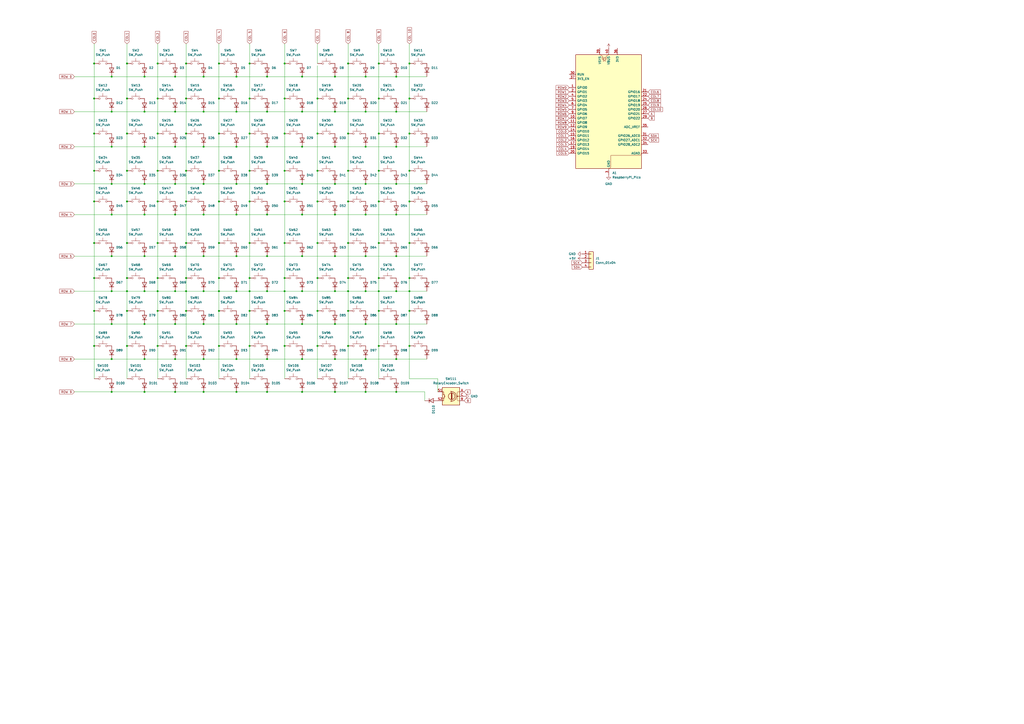
<source format=kicad_sch>
(kicad_sch (version 20250114) (generator "eeschema") (generator_version "9.0")
  (paper "A2")
  (lib_symbols
    (symbol "Connector_Generic:Conn_01x04" (pin_names (offset 1.016) (hide yes))
      (property "Reference" "J" (at 0 5.08 0))
      (property "Value" "Conn_01x04" (at 0 -7.62 0))
      (symbol "Conn_01x04_1_1"
        (pin passive line (at -5.08 2.54 0) (length 3.81) (name "Pin_1") (number "1"))
        (pin passive line (at -5.08 0 0) (length 3.81) (name "Pin_2") (number "2"))
        (pin passive line (at -5.08 -2.54 0) (length 3.81) (name "Pin_3") (number "3"))
        (pin passive line (at -5.08 -5.08 0) (length 3.81) (name "Pin_4") (number "4"))
      )
    )
    (symbol "Device:RotaryEncoder_Switch" (pin_names (offset 0.254) (hide yes))
      (property "Reference" "SW" (at 0 6.604 0))
      (property "Value" "RotaryEncoder_Switch" (at 0 -6.604 0))
      (symbol "RotaryEncoder_Switch_1_1"
        (pin passive line (at -7.62 2.54 0) (length 2.54) (name "A") (number "A"))
        (pin passive line (at -7.62 0 0) (length 2.54) (name "C") (number "C"))
        (pin passive line (at -7.62 -2.54 0) (length 2.54) (name "B") (number "B"))
        (pin passive line (at 7.62 2.54 180) (length 2.54) (name "S1") (number "S1"))
        (pin passive line (at 7.62 -2.54 180) (length 2.54) (name "S2") (number "S2"))
      )
    )
    (symbol "MCU_Module:RaspberryPi_Pico" (pin_names (offset 0.762))
      (property "Reference" "A" (at -19.05 35.56 0))
      (property "Value" "RaspberryPi_Pico" (at 7.62 35.56 0))
      (symbol "RaspberryPi_Pico_1_1"
        (pin passive line (at -22.86 22.86 0) (length 3.81) (name "RUN") (number "30"))
        (pin passive line (at -22.86 20.32 0) (length 3.81) (name "3V3_EN") (number "37"))
        (pin bidirectional line (at -22.86 15.24 0) (length 3.81) (name "GPIO0") (number "1"))
        (pin bidirectional line (at -22.86 12.7 0) (length 3.81) (name "GPIO1") (number "2"))
        (pin bidirectional line (at -22.86 10.16 0) (length 3.81) (name "GPIO2") (number "4"))
        (pin bidirectional line (at -22.86 7.62 0) (length 3.81) (name "GPIO3") (number "5"))
        (pin bidirectional line (at -22.86 5.08 0) (length 3.81) (name "GPIO4") (number "6"))
        (pin bidirectional line (at -22.86 2.54 0) (length 3.81) (name "GPIO5") (number "7"))
        (pin bidirectional line (at -22.86 0 0) (length 3.81) (name "GPIO6") (number "9"))
        (pin bidirectional line (at -22.86 -2.54 0) (length 3.81) (name "GPIO7") (number "10"))
        (pin bidirectional line (at -22.86 -5.08 0) (length 3.81) (name "GPIO8") (number "11"))
        (pin bidirectional line (at -22.86 -7.62 0) (length 3.81) (name "GPIO9") (number "12"))
        (pin bidirectional line (at -22.86 -10.16 0) (length 3.81) (name "GPIO10") (number "14"))
        (pin bidirectional line (at -22.86 -12.7 0) (length 3.81) (name "GPIO11") (number "15"))
        (pin bidirectional line (at -22.86 -15.24 0) (length 3.81) (name "GPIO12") (number "16"))
        (pin bidirectional line (at -22.86 -17.78 0) (length 3.81) (name "GPIO13") (number "17"))
        (pin bidirectional line (at -22.86 -20.32 0) (length 3.81) (name "GPIO14") (number "19"))
        (pin bidirectional line (at -22.86 -22.86 0) (length 3.81) (name "GPIO15") (number "20"))
        (pin power_in line (at -5.08 38.1 270) (length 3.81) (name "VSYS") (number "39"))
        (pin power_out line (at 0 38.1 270) (length 3.81) (name "VBUS") (number "40"))
        (pin passive line (at 0 -35.56 90) (length 3.81) (hide yes) (name "GND") (number "13"))
        (pin passive line (at 0 -35.56 90) (length 3.81) (hide yes) (name "GND") (number "18"))
        (pin passive line (at 0 -35.56 90) (length 3.81) (hide yes) (name "GND") (number "23"))
        (pin passive line (at 0 -35.56 90) (length 3.81) (hide yes) (name "GND") (number "28"))
        (pin power_out line (at 0 -35.56 90) (length 3.81) (name "GND") (number "3"))
        (pin passive line (at 0 -35.56 90) (length 3.81) (hide yes) (name "GND") (number "38"))
        (pin passive line (at 0 -35.56 90) (length 3.81) (hide yes) (name "GND") (number "8"))
        (pin power_out line (at 5.08 38.1 270) (length 3.81) (name "3V3") (number "36"))
        (pin bidirectional line (at 22.86 12.7 180) (length 3.81) (name "GPIO16") (number "21"))
        (pin bidirectional line (at 22.86 10.16 180) (length 3.81) (name "GPIO17") (number "22"))
        (pin bidirectional line (at 22.86 7.62 180) (length 3.81) (name "GPIO18") (number "24"))
        (pin bidirectional line (at 22.86 5.08 180) (length 3.81) (name "GPIO19") (number "25"))
        (pin bidirectional line (at 22.86 2.54 180) (length 3.81) (name "GPIO20") (number "26"))
        (pin bidirectional line (at 22.86 0 180) (length 3.81) (name "GPIO21") (number "27"))
        (pin bidirectional line (at 22.86 -2.54 180) (length 3.81) (name "GPIO22") (number "29"))
        (pin power_in line (at 22.86 -7.62 180) (length 3.81) (name "ADC_VREF") (number "35"))
        (pin bidirectional line (at 22.86 -12.7 180) (length 3.81) (name "GPIO26_ADC0") (number "31"))
        (pin bidirectional line (at 22.86 -15.24 180) (length 3.81) (name "GPIO27_ADC1") (number "32"))
        (pin bidirectional line (at 22.86 -17.78 180) (length 3.81) (name "GPIO28_ADC2") (number "34"))
        (pin power_out line (at 22.86 -22.86 180) (length 3.81) (name "AGND") (number "33"))
      )
    )
    (symbol "Switch:SW_Push" (pin_numbers (hide yes)) (pin_names (offset 1.016) (hide yes))
      (property "Reference" "SW" (at 1.27 2.54 0))
      (property "Value" "SW_Push" (at 0 -1.524 0))
      (symbol "SW_Push_0_1"
        (pin passive line (at -5.08 0 0) (length 2.54) (name "1") (number "1"))
        (pin passive line (at 5.08 0 180) (length 2.54) (name "2") (number "2"))
      )
    )
    (symbol "key_diode:D" (pin_numbers (hide yes)) (pin_names (offset 1.016) (hide yes))
      (property "Reference" "D" (at 0 2.54 0))
      (property "Value" "D" (at 0 -2.54 0))
      (symbol "D_1_1"
        (pin passive line (at -3.81 0 0) (length 2.54) (name "K") (number "1"))
        (pin passive line (at 3.81 0 180) (length 2.54) (name "A") (number "2"))
      )
    )
    (symbol "power:+5V" (power) (pin_numbers (hide yes)) (pin_names (offset 0) (hide yes))
      (property "Value" "+5V" (at 0 3.556 0))
      (symbol "+5V_1_1"
        (pin power_in line (at 0 0 90) (length 0) (name "~") (number "1"))
      )
    )
    (symbol "power:+5VD" (power) (pin_numbers (hide yes)) (pin_names (offset 0) (hide yes))
      (property "Value" "+5VD" (at 0 3.556 0))
      (symbol "+5VD_1_1"
        (pin power_in line (at 0 0 90) (length 0) (name "~") (number "1"))
      )
    )
    (symbol "power:GND" (power) (pin_numbers (hide yes)) (pin_names (offset 0) (hide yes))
      (property "Value" "GND" (at 0 -3.81 0))
      (symbol "GND_1_1"
        (pin power_in line (at 0 0 270) (length 0) (name "~") (number "1"))
      )
    )
  )
  (junction (at 54.61 57.15))
  (junction (at 137.16 44.45))
  (junction (at 184.15 180.34))
  (junction (at 154.94 187.96))
  (junction (at 229.87 227.33))
  (junction (at 229.87 44.45))
  (junction (at 101.6 187.96))
  (junction (at 64.77 124.46))
  (junction (at 165.1 168.91))
  (junction (at 83.82 106.68))
  (junction (at 212.09 106.68))
  (junction (at 237.49 180.34))
  (junction (at 137.16 106.68))
  (junction (at 144.78 168.91))
  (junction (at 83.82 148.59))
  (junction (at 127 168.91))
  (junction (at 194.31 64.77))
  (junction (at 175.26 64.77))
  (junction (at 219.71 168.91))
  (junction (at 118.11 227.33))
  (junction (at 212.09 44.45))
  (junction (at 101.6 148.59))
  (junction (at 83.82 44.45))
  (junction (at 127 57.15))
  (junction (at 101.6 124.46))
  (junction (at 219.71 36.83))
  (junction (at 91.44 161.29))
  (junction (at 175.26 187.96))
  (junction (at 137.16 148.59))
  (junction (at 91.44 180.34))
  (junction (at 73.66 168.91))
  (junction (at 194.31 168.91))
  (junction (at 137.16 208.28))
  (junction (at 127 180.34))
  (junction (at 137.16 227.33))
  (junction (at 118.11 64.77))
  (junction (at 219.71 99.06))
  (junction (at 201.93 57.15))
  (junction (at 201.93 140.97))
  (junction (at 219.71 116.84))
  (junction (at 118.11 85.09))
  (junction (at 212.09 187.96))
  (junction (at 54.61 161.29))
  (junction (at 219.71 161.29))
  (junction (at 194.31 227.33))
  (junction (at 73.66 180.34))
  (junction (at 73.66 36.83))
  (junction (at 91.44 99.06))
  (junction (at 144.78 161.29))
  (junction (at 201.93 200.66))
  (junction (at 229.87 148.59))
  (junction (at 237.49 168.91))
  (junction (at 83.82 227.33))
  (junction (at 165.1 116.84))
  (junction (at 144.78 180.34))
  (junction (at 175.26 208.28))
  (junction (at 212.09 208.28))
  (junction (at 212.09 64.77))
  (junction (at 91.44 57.15))
  (junction (at 107.95 140.97))
  (junction (at 91.44 200.66))
  (junction (at 175.26 124.46))
  (junction (at 229.87 64.77))
  (junction (at 201.93 180.34))
  (junction (at 229.87 106.68))
  (junction (at 54.61 180.34))
  (junction (at 83.82 64.77))
  (junction (at 212.09 168.91))
  (junction (at 237.49 36.83))
  (junction (at 184.15 140.97))
  (junction (at 107.95 200.66))
  (junction (at 165.1 140.97))
  (junction (at 194.31 85.09))
  (junction (at 127 140.97))
  (junction (at 54.61 77.47))
  (junction (at 101.6 106.68))
  (junction (at 83.82 168.91))
  (junction (at 107.95 77.47))
  (junction (at 54.61 99.06))
  (junction (at 101.6 168.91))
  (junction (at 144.78 77.47))
  (junction (at 64.77 148.59))
  (junction (at 54.61 116.84))
  (junction (at 144.78 116.84))
  (junction (at 137.16 64.77))
  (junction (at 64.77 44.45))
  (junction (at 229.87 168.91))
  (junction (at 201.93 116.84))
  (junction (at 184.15 57.15))
  (junction (at 107.95 36.83))
  (junction (at 54.61 200.66))
  (junction (at 175.26 148.59))
  (junction (at 175.26 227.33))
  (junction (at 64.77 64.77))
  (junction (at 201.93 77.47))
  (junction (at 91.44 140.97))
  (junction (at 118.11 187.96))
  (junction (at 229.87 85.09))
  (junction (at 194.31 148.59))
  (junction (at 127 99.06))
  (junction (at 184.15 77.47))
  (junction (at 237.49 99.06))
  (junction (at 73.66 140.97))
  (junction (at 91.44 77.47))
  (junction (at 144.78 36.83))
  (junction (at 165.1 57.15))
  (junction (at 154.94 44.45))
  (junction (at 137.16 124.46))
  (junction (at 73.66 116.84))
  (junction (at 175.26 44.45))
  (junction (at 237.49 116.84))
  (junction (at 165.1 161.29))
  (junction (at 83.82 187.96))
  (junction (at 118.11 148.59))
  (junction (at 118.11 124.46))
  (junction (at 219.71 140.97))
  (junction (at 64.77 227.33))
  (junction (at 154.94 208.28))
  (junction (at 137.16 187.96))
  (junction (at 118.11 44.45))
  (junction (at 194.31 124.46))
  (junction (at 64.77 208.28))
  (junction (at 144.78 57.15))
  (junction (at 127 200.66))
  (junction (at 229.87 187.96))
  (junction (at 219.71 57.15))
  (junction (at 219.71 77.47))
  (junction (at 184.15 116.84))
  (junction (at 127 116.84))
  (junction (at 237.49 140.97))
  (junction (at 184.15 200.66))
  (junction (at 165.1 99.06))
  (junction (at 64.77 168.91))
  (junction (at 107.95 180.34))
  (junction (at 194.31 187.96))
  (junction (at 175.26 106.68))
  (junction (at 201.93 99.06))
  (junction (at 107.95 99.06))
  (junction (at 54.61 140.97))
  (junction (at 127 161.29))
  (junction (at 184.15 99.06))
  (junction (at 194.31 208.28))
  (junction (at 201.93 161.29))
  (junction (at 165.1 77.47))
  (junction (at 237.49 57.15))
  (junction (at 144.78 200.66))
  (junction (at 165.1 36.83))
  (junction (at 101.6 64.77))
  (junction (at 64.77 106.68))
  (junction (at 175.26 168.91))
  (junction (at 219.71 200.66))
  (junction (at 101.6 44.45))
  (junction (at 101.6 227.33))
  (junction (at 91.44 168.91))
  (junction (at 83.82 124.46))
  (junction (at 219.71 180.34))
  (junction (at 91.44 36.83))
  (junction (at 237.49 77.47))
  (junction (at 194.31 44.45))
  (junction (at 73.66 57.15))
  (junction (at 154.94 227.33))
  (junction (at 144.78 99.06))
  (junction (at 127 36.83))
  (junction (at 101.6 85.09))
  (junction (at 118.11 106.68))
  (junction (at 154.94 85.09))
  (junction (at 201.93 36.83))
  (junction (at 118.11 208.28))
  (junction (at 83.82 208.28))
  (junction (at 237.49 161.29))
  (junction (at 165.1 180.34))
  (junction (at 154.94 106.68))
  (junction (at 73.66 99.06))
  (junction (at 107.95 168.91))
  (junction (at 73.66 77.47))
  (junction (at 107.95 161.29))
  (junction (at 212.09 227.33))
  (junction (at 83.82 85.09))
  (junction (at 212.09 85.09))
  (junction (at 184.15 161.29))
  (junction (at 175.26 85.09))
  (junction (at 107.95 57.15))
  (junction (at 144.78 140.97))
  (junction (at 237.49 200.66))
  (junction (at 101.6 208.28))
  (junction (at 127 77.47))
  (junction (at 73.66 161.29))
  (junction (at 165.1 200.66))
  (junction (at 137.16 85.09))
  (junction (at 91.44 116.84))
  (junction (at 194.31 106.68))
  (junction (at 73.66 200.66))
  (junction (at 201.93 168.91))
  (junction (at 64.77 187.96))
  (junction (at 137.16 168.91))
  (junction (at 154.94 124.46))
  (junction (at 54.61 36.83))
  (junction (at 212.09 148.59))
  (junction (at 154.94 64.77))
  (junction (at 118.11 168.91))
  (junction (at 229.87 208.28))
  (junction (at 229.87 124.46))
  (junction (at 107.95 116.84))
  (junction (at 64.77 85.09))
  (junction (at 154.94 148.59))
  (junction (at 212.09 124.46))
  (junction (at 154.94 168.91))
  (wire (pts (xy 165.1 77.47) (xy 165.1 99.06)))
  (wire (pts (xy 73.66 99.06) (xy 73.66 116.84)))
  (wire (pts (xy 219.71 140.97) (xy 219.71 161.29)))
  (wire (pts (xy 127 77.47) (xy 127 99.06)))
  (wire (pts (xy 64.77 148.59) (xy 83.82 148.59)))
  (wire (pts (xy 175.26 168.91) (xy 194.31 168.91)))
  (wire (pts (xy 184.15 116.84) (xy 184.15 140.97)))
  (wire (pts (xy 91.44 200.66) (xy 91.44 219.71)))
  (wire (pts (xy 83.82 227.33) (xy 101.6 227.33)))
  (wire (pts (xy 127 25.4) (xy 127 36.83)))
  (wire (pts (xy 43.18 64.77) (xy 64.77 64.77)))
  (wire (pts (xy 212.09 187.96) (xy 229.87 187.96)))
  (wire (pts (xy 118.11 208.28) (xy 137.16 208.28)))
  (wire (pts (xy 127 161.29) (xy 127 168.91)))
  (wire (pts (xy 54.61 161.29) (xy 54.61 180.34)))
  (wire (pts (xy 43.18 208.28) (xy 64.77 208.28)))
  (wire (pts (xy 237.49 36.83) (xy 237.49 57.15)))
  (wire (pts (xy 144.78 168.91) (xy 154.94 168.91)))
  (wire (pts (xy 175.26 124.46) (xy 194.31 124.46)))
  (wire (pts (xy 201.93 200.66) (xy 201.93 219.71)))
  (wire (pts (xy 91.44 57.15) (xy 91.44 77.47)))
  (wire (pts (xy 237.49 99.06) (xy 237.49 116.84)))
  (wire (pts (xy 64.77 44.45) (xy 83.82 44.45)))
  (wire (pts (xy 201.93 77.47) (xy 201.93 99.06)))
  (wire (pts (xy 144.78 168.91) (xy 144.78 180.34)))
  (wire (pts (xy 201.93 161.29) (xy 201.93 168.91)))
  (wire (pts (xy 64.77 124.46) (xy 83.82 124.46)))
  (wire (pts (xy 175.26 208.28) (xy 194.31 208.28)))
  (wire (pts (xy 144.78 140.97) (xy 144.78 161.29)))
  (wire (pts (xy 144.78 200.66) (xy 144.78 219.71)))
  (wire (pts (xy 219.71 116.84) (xy 219.71 140.97)))
  (wire (pts (xy 144.78 116.84) (xy 144.78 140.97)))
  (wire (pts (xy 137.16 187.96) (xy 154.94 187.96)))
  (wire (pts (xy 154.94 85.09) (xy 175.26 85.09)))
  (wire (pts (xy 83.82 44.45) (xy 101.6 44.45)))
  (wire (pts (xy 64.77 64.77) (xy 83.82 64.77)))
  (wire (pts (xy 154.94 124.46) (xy 175.26 124.46)))
  (wire (pts (xy 237.49 180.34) (xy 237.49 200.66)))
  (wire (pts (xy 107.95 140.97) (xy 107.95 161.29)))
  (wire (pts (xy 237.49 200.66) (xy 237.49 219.71)))
  (wire (pts (xy 54.61 36.83) (xy 54.61 57.15)))
  (wire (pts (xy 219.71 168.91) (xy 229.87 168.91)))
  (wire (pts (xy 83.82 106.68) (xy 101.6 106.68)))
  (wire (pts (xy 127 140.97) (xy 127 161.29)))
  (wire (pts (xy 127 168.91) (xy 127 180.34)))
  (wire (pts (xy 212.09 168.91) (xy 219.71 168.91)))
  (wire (pts (xy 212.09 44.45) (xy 229.87 44.45)))
  (wire (pts (xy 73.66 116.84) (xy 73.66 140.97)))
  (wire (pts (xy 43.18 124.46) (xy 64.77 124.46)))
  (wire (pts (xy 118.11 148.59) (xy 137.16 148.59)))
  (wire (pts (xy 101.6 208.28) (xy 118.11 208.28)))
  (wire (pts (xy 201.93 36.83) (xy 201.93 57.15)))
  (wire (pts (xy 194.31 168.91) (xy 201.93 168.91)))
  (wire (pts (xy 107.95 77.47) (xy 107.95 99.06)))
  (wire (pts (xy 83.82 168.91) (xy 91.44 168.91)))
  (wire (pts (xy 212.09 85.09) (xy 229.87 85.09)))
  (wire (pts (xy 144.78 161.29) (xy 144.78 168.91)))
  (wire (pts (xy 165.1 99.06) (xy 165.1 116.84)))
  (wire (pts (xy 118.11 85.09) (xy 137.16 85.09)))
  (wire (pts (xy 73.66 168.91) (xy 73.66 180.34)))
  (wire (pts (xy 101.6 85.09) (xy 118.11 85.09)))
  (wire (pts (xy 246.38 227.33) (xy 246.38 232.41)))
  (wire (pts (xy 64.77 208.28) (xy 83.82 208.28)))
  (wire (pts (xy 154.94 187.96) (xy 175.26 187.96)))
  (wire (pts (xy 144.78 25.4) (xy 144.78 36.83)))
  (wire (pts (xy 137.16 85.09) (xy 154.94 85.09)))
  (wire (pts (xy 127 99.06) (xy 127 116.84)))
  (wire (pts (xy 91.44 116.84) (xy 91.44 140.97)))
  (wire (pts (xy 237.49 168.91) (xy 237.49 180.34)))
  (wire (pts (xy 229.87 44.45) (xy 247.65 44.45)))
  (wire (pts (xy 73.66 57.15) (xy 73.66 77.47)))
  (wire (pts (xy 184.15 200.66) (xy 184.15 219.71)))
  (wire (pts (xy 175.26 44.45) (xy 194.31 44.45)))
  (wire (pts (xy 246.38 227.33) (xy 229.87 227.33)))
  (wire (pts (xy 101.6 124.46) (xy 118.11 124.46)))
  (wire (pts (xy 229.87 187.96) (xy 247.65 187.96)))
  (wire (pts (xy 201.93 25.4) (xy 201.93 36.83)))
  (wire (pts (xy 127 180.34) (xy 127 200.66)))
  (wire (pts (xy 165.1 57.15) (xy 165.1 77.47)))
  (wire (pts (xy 219.71 77.47) (xy 219.71 99.06)))
  (wire (pts (xy 201.93 168.91) (xy 201.93 180.34)))
  (wire (pts (xy 175.26 64.77) (xy 194.31 64.77)))
  (wire (pts (xy 212.09 106.68) (xy 229.87 106.68)))
  (wire (pts (xy 212.09 148.59) (xy 229.87 148.59)))
  (wire (pts (xy 64.77 187.96) (xy 83.82 187.96)))
  (wire (pts (xy 101.6 168.91) (xy 107.95 168.91)))
  (wire (pts (xy 64.77 106.68) (xy 83.82 106.68)))
  (wire (pts (xy 154.94 227.33) (xy 175.26 227.33)))
  (wire (pts (xy 118.11 106.68) (xy 137.16 106.68)))
  (wire (pts (xy 73.66 200.66) (xy 73.66 219.71)))
  (wire (pts (xy 219.71 36.83) (xy 219.71 57.15)))
  (wire (pts (xy 73.66 36.83) (xy 73.66 57.15)))
  (wire (pts (xy 54.61 57.15) (xy 54.61 77.47)))
  (wire (pts (xy 194.31 85.09) (xy 212.09 85.09)))
  (wire (pts (xy 107.95 200.66) (xy 107.95 219.71)))
  (wire (pts (xy 101.6 148.59) (xy 118.11 148.59)))
  (wire (pts (xy 54.61 140.97) (xy 54.61 161.29)))
  (wire (pts (xy 107.95 116.84) (xy 107.95 140.97)))
  (wire (pts (xy 201.93 140.97) (xy 201.93 161.29)))
  (wire (pts (xy 43.18 44.45) (xy 64.77 44.45)))
  (wire (pts (xy 91.44 168.91) (xy 101.6 168.91)))
  (wire (pts (xy 184.15 77.47) (xy 184.15 99.06)))
  (wire (pts (xy 184.15 38.1) (xy 184.15 57.15)))
  (wire (pts (xy 194.31 227.33) (xy 212.09 227.33)))
  (wire (pts (xy 201.93 180.34) (xy 201.93 200.66)))
  (wire (pts (xy 54.61 99.06) (xy 54.61 116.84)))
  (wire (pts (xy 64.77 168.91) (xy 73.66 168.91)))
  (wire (pts (xy 154.94 64.77) (xy 175.26 64.77)))
  (wire (pts (xy 237.49 140.97) (xy 237.49 161.29)))
  (wire (pts (xy 154.94 208.28) (xy 175.26 208.28)))
  (wire (pts (xy 73.66 25.4) (xy 73.66 36.83)))
  (wire (pts (xy 107.95 36.83) (xy 107.95 57.15)))
  (wire (pts (xy 237.49 25.4) (xy 237.49 36.83)))
  (wire (pts (xy 107.95 25.4) (xy 107.95 36.83)))
  (wire (pts (xy 229.87 168.91) (xy 237.49 168.91)))
  (wire (pts (xy 118.11 187.96) (xy 137.16 187.96)))
  (wire (pts (xy 73.66 161.29) (xy 73.66 168.91)))
  (wire (pts (xy 175.26 227.33) (xy 194.31 227.33)))
  (wire (pts (xy 237.49 116.84) (xy 237.49 140.97)))
  (wire (pts (xy 201.93 116.84) (xy 201.93 140.97)))
  (wire (pts (xy 184.15 180.34) (xy 184.15 200.66)))
  (wire (pts (xy 229.87 208.28) (xy 247.65 208.28)))
  (wire (pts (xy 219.71 161.29) (xy 219.71 168.91)))
  (wire (pts (xy 165.1 25.4) (xy 165.1 36.83)))
  (wire (pts (xy 118.11 124.46) (xy 137.16 124.46)))
  (wire (pts (xy 91.44 140.97) (xy 91.44 161.29)))
  (wire (pts (xy 144.78 57.15) (xy 144.78 77.47)))
  (wire (pts (xy 175.26 148.59) (xy 194.31 148.59)))
  (wire (pts (xy 73.66 77.47) (xy 73.66 99.06)))
  (wire (pts (xy 165.1 140.97) (xy 165.1 161.29)))
  (wire (pts (xy 91.44 36.83) (xy 91.44 57.15)))
  (wire (pts (xy 118.11 64.77) (xy 137.16 64.77)))
  (wire (pts (xy 83.82 187.96) (xy 101.6 187.96)))
  (wire (pts (xy 175.26 106.68) (xy 194.31 106.68)))
  (wire (pts (xy 229.87 64.77) (xy 247.65 64.77)))
  (wire (pts (xy 175.26 187.96) (xy 194.31 187.96)))
  (wire (pts (xy 194.31 148.59) (xy 212.09 148.59)))
  (wire (pts (xy 212.09 124.46) (xy 229.87 124.46)))
  (wire (pts (xy 154.94 168.91) (xy 165.1 168.91)))
  (wire (pts (xy 194.31 106.68) (xy 212.09 106.68)))
  (wire (pts (xy 137.16 227.33) (xy 154.94 227.33)))
  (wire (pts (xy 144.78 36.83) (xy 144.78 57.15)))
  (wire (pts (xy 107.95 99.06) (xy 107.95 116.84)))
  (wire (pts (xy 101.6 44.45) (xy 118.11 44.45)))
  (wire (pts (xy 43.18 85.09) (xy 64.77 85.09)))
  (wire (pts (xy 83.82 64.77) (xy 101.6 64.77)))
  (wire (pts (xy 54.61 25.4) (xy 54.61 36.83)))
  (wire (pts (xy 137.16 208.28) (xy 154.94 208.28)))
  (wire (pts (xy 101.6 227.33) (xy 118.11 227.33)))
  (wire (pts (xy 91.44 168.91) (xy 91.44 180.34)))
  (wire (pts (xy 83.82 208.28) (xy 101.6 208.28)))
  (wire (pts (xy 107.95 168.91) (xy 118.11 168.91)))
  (wire (pts (xy 43.18 148.59) (xy 64.77 148.59)))
  (wire (pts (xy 127 36.83) (xy 127 57.15)))
  (wire (pts (xy 43.18 227.33) (xy 64.77 227.33)))
  (wire (pts (xy 91.44 99.06) (xy 91.44 116.84)))
  (wire (pts (xy 127 57.15) (xy 127 77.47)))
  (wire (pts (xy 43.18 187.96) (xy 64.77 187.96)))
  (wire (pts (xy 118.11 168.91) (xy 127 168.91)))
  (wire (pts (xy 144.78 99.06) (xy 144.78 116.84)))
  (wire (pts (xy 212.09 208.28) (xy 229.87 208.28)))
  (wire (pts (xy 237.49 168.91) (xy 247.65 168.91)))
  (wire (pts (xy 91.44 161.29) (xy 91.44 168.91)))
  (wire (pts (xy 194.31 44.45) (xy 212.09 44.45)))
  (wire (pts (xy 107.95 168.91) (xy 107.95 180.34)))
  (wire (pts (xy 137.16 148.59) (xy 154.94 148.59)))
  (wire (pts (xy 237.49 77.47) (xy 237.49 99.06)))
  (wire (pts (xy 219.71 99.06) (xy 219.71 116.84)))
  (wire (pts (xy 165.1 180.34) (xy 165.1 200.66)))
  (wire (pts (xy 219.71 25.4) (xy 219.71 36.83)))
  (wire (pts (xy 175.26 85.09) (xy 194.31 85.09)))
  (wire (pts (xy 137.16 106.68) (xy 154.94 106.68)))
  (wire (pts (xy 43.18 168.91) (xy 64.77 168.91)))
  (wire (pts (xy 83.82 85.09) (xy 101.6 85.09)))
  (wire (pts (xy 137.16 44.45) (xy 154.94 44.45)))
  (wire (pts (xy 237.49 219.71) (xy 254 219.71)))
  (wire (pts (xy 127 116.84) (xy 127 140.97)))
  (wire (pts (xy 212.09 64.77) (xy 229.87 64.77)))
  (wire (pts (xy 254 219.71) (xy 254 227.33)))
  (wire (pts (xy 118.11 227.33) (xy 137.16 227.33)))
  (wire (pts (xy 229.87 148.59) (xy 247.65 148.59)))
  (wire (pts (xy 127 168.91) (xy 137.16 168.91)))
  (wire (pts (xy 194.31 208.28) (xy 212.09 208.28)))
  (wire (pts (xy 184.15 57.15) (xy 184.15 77.47)))
  (wire (pts (xy 54.61 200.66) (xy 54.61 219.71)))
  (wire (pts (xy 154.94 44.45) (xy 175.26 44.45)))
  (wire (pts (xy 201.93 168.91) (xy 212.09 168.91)))
  (wire (pts (xy 229.87 85.09) (xy 247.65 85.09)))
  (wire (pts (xy 107.95 57.15) (xy 107.95 77.47)))
  (wire (pts (xy 165.1 116.84) (xy 165.1 140.97)))
  (wire (pts (xy 201.93 57.15) (xy 201.93 77.47)))
  (wire (pts (xy 107.95 161.29) (xy 107.95 168.91)))
  (wire (pts (xy 154.94 148.59) (xy 175.26 148.59)))
  (wire (pts (xy 73.66 180.34) (xy 73.66 200.66)))
  (wire (pts (xy 194.31 124.46) (xy 212.09 124.46)))
  (wire (pts (xy 201.93 99.06) (xy 201.93 116.84)))
  (wire (pts (xy 165.1 200.66) (xy 165.1 219.71)))
  (wire (pts (xy 229.87 106.68) (xy 247.65 106.68)))
  (wire (pts (xy 184.15 161.29) (xy 184.15 180.34)))
  (wire (pts (xy 137.16 64.77) (xy 154.94 64.77)))
  (wire (pts (xy 219.71 200.66) (xy 219.71 219.71)))
  (wire (pts (xy 101.6 187.96) (xy 118.11 187.96)))
  (wire (pts (xy 101.6 106.68) (xy 118.11 106.68)))
  (wire (pts (xy 83.82 124.46) (xy 101.6 124.46)))
  (wire (pts (xy 165.1 36.83) (xy 165.1 57.15)))
  (wire (pts (xy 83.82 148.59) (xy 101.6 148.59)))
  (wire (pts (xy 144.78 180.34) (xy 144.78 200.66)))
  (wire (pts (xy 91.44 25.4) (xy 91.44 36.83)))
  (wire (pts (xy 194.31 187.96) (xy 212.09 187.96)))
  (wire (pts (xy 165.1 161.29) (xy 165.1 168.91)))
  (wire (pts (xy 229.87 124.46) (xy 247.65 124.46)))
  (wire (pts (xy 137.16 168.91) (xy 144.78 168.91)))
  (wire (pts (xy 219.71 180.34) (xy 219.71 200.66)))
  (wire (pts (xy 73.66 140.97) (xy 73.66 161.29)))
  (wire (pts (xy 54.61 116.84) (xy 54.61 140.97)))
  (wire (pts (xy 165.1 168.91) (xy 165.1 180.34)))
  (wire (pts (xy 118.11 44.45) (xy 137.16 44.45)))
  (wire (pts (xy 194.31 64.77) (xy 212.09 64.77)))
  (wire (pts (xy 184.15 99.06) (xy 184.15 116.84)))
  (wire (pts (xy 219.71 168.91) (xy 219.71 180.34)))
  (wire (pts (xy 165.1 168.91) (xy 175.26 168.91)))
  (wire (pts (xy 184.15 25.4) (xy 184.15 36.83)))
  (wire (pts (xy 137.16 124.46) (xy 154.94 124.46)))
  (wire (pts (xy 54.61 180.34) (xy 54.61 200.66)))
  (wire (pts (xy 154.94 106.68) (xy 175.26 106.68)))
  (wire (pts (xy 91.44 180.34) (xy 91.44 200.66)))
  (wire (pts (xy 212.09 227.33) (xy 229.87 227.33)))
  (wire (pts (xy 184.15 140.97) (xy 184.15 161.29)))
  (wire (pts (xy 64.77 227.33) (xy 83.82 227.33)))
  (wire (pts (xy 219.71 57.15) (xy 219.71 77.47)))
  (wire (pts (xy 73.66 168.91) (xy 83.82 168.91)))
  (wire (pts (xy 54.61 77.47) (xy 54.61 99.06)))
  (wire (pts (xy 127 200.66) (xy 127 219.71)))
  (wire (pts (xy 101.6 64.77) (xy 118.11 64.77)))
  (wire (pts (xy 144.78 77.47) (xy 144.78 99.06)))
  (wire (pts (xy 237.49 161.29) (xy 237.49 168.91)))
  (wire (pts (xy 91.44 77.47) (xy 91.44 99.06)))
  (wire (pts (xy 64.77 85.09) (xy 83.82 85.09)))
  (wire (pts (xy 237.49 57.15) (xy 237.49 77.47)))
  (wire (pts (xy 107.95 180.34) (xy 107.95 200.66)))
  (wire (pts (xy 43.18 106.68) (xy 64.77 106.68)))
  (global_label "SDA" (shape input) (at 375.92 78.74 0) (property "Intersheetrefs" "${INTERSHEET_REFS}" (effects (hide yes))))
  (global_label "A" (shape input) (at 375.92 66.04 0) (property "Intersheetrefs" "${INTERSHEET_REFS}" (effects (hide yes))))
  (global_label "COL7" (shape input) (at 375.92 55.88 0) (property "Intersheetrefs" "${INTERSHEET_REFS}" (effects (hide yes))))
  (global_label "COL5" (shape input) (at 330.2 88.9 180) (property "Intersheetrefs" "${INTERSHEET_REFS}" (effects (hide yes))))
  (global_label "COL 10" (shape input) (at 237.49 25.4 90) (property "Intersheetrefs" "${INTERSHEET_REFS}" (effects (hide yes))))
  (global_label "ROW 0" (shape input) (at 43.18 44.45 180) (property "Intersheetrefs" "${INTERSHEET_REFS}" (effects (hide yes))))
  (global_label "COL3" (shape input) (at 107.95 25.4 90) (property "Intersheetrefs" "${INTERSHEET_REFS}" (effects (hide yes))))
  (global_label "SCK" (shape input) (at 375.92 81.28 0) (property "Intersheetrefs" "${INTERSHEET_REFS}" (effects (hide yes))))
  (global_label "ROW7" (shape input) (at 330.2 68.58 180) (property "Intersheetrefs" "${INTERSHEET_REFS}" (effects (hide yes))))
  (global_label "COL 6" (shape input) (at 165.1 25.4 90) (property "Intersheetrefs" "${INTERSHEET_REFS}" (effects (hide yes))))
  (global_label "COL6" (shape input) (at 375.92 53.34 0) (property "Intersheetrefs" "${INTERSHEET_REFS}" (effects (hide yes))))
  (global_label "COL2" (shape input) (at 91.44 25.4 90) (property "Intersheetrefs" "${INTERSHEET_REFS}" (effects (hide yes))))
  (global_label "ROW 5" (shape input) (at 43.18 148.59 180) (property "Intersheetrefs" "${INTERSHEET_REFS}" (effects (hide yes))))
  (global_label "ROW2" (shape input) (at 330.2 55.88 180) (property "Intersheetrefs" "${INTERSHEET_REFS}" (effects (hide yes))))
  (global_label "ROW6" (shape input) (at 330.2 66.04 180) (property "Intersheetrefs" "${INTERSHEET_REFS}" (effects (hide yes))))
  (global_label "B" (shape input) (at 269.24 232.41 0) (property "Intersheetrefs" "${INTERSHEET_REFS}" (effects (hide yes))))
  (global_label "COL9" (shape input) (at 375.92 60.96 0) (property "Intersheetrefs" "${INTERSHEET_REFS}" (effects (hide yes))))
  (global_label "COL8" (shape input) (at 375.92 58.42 0) (property "Intersheetrefs" "${INTERSHEET_REFS}" (effects (hide yes))))
  (global_label "A" (shape input) (at 269.24 227.33 0) (property "Intersheetrefs" "${INTERSHEET_REFS}" (effects (hide yes))))
  (global_label "ROW5" (shape input) (at 330.2 63.5 180) (property "Intersheetrefs" "${INTERSHEET_REFS}" (effects (hide yes))))
  (global_label "ROW8" (shape input) (at 330.2 71.12 180) (property "Intersheetrefs" "${INTERSHEET_REFS}" (effects (hide yes))))
  (global_label "B" (shape input) (at 375.92 68.58 0) (property "Intersheetrefs" "${INTERSHEET_REFS}" (effects (hide yes))))
  (global_label "ROW3" (shape input) (at 330.2 58.42 180) (property "Intersheetrefs" "${INTERSHEET_REFS}" (effects (hide yes))))
  (global_label "ROW9" (shape input) (at 330.2 73.66 180) (property "Intersheetrefs" "${INTERSHEET_REFS}" (effects (hide yes))))
  (global_label "SDA" (shape input) (at 337.82 154.94 180) (property "Intersheetrefs" "${INTERSHEET_REFS}" (effects (hide yes))))
  (global_label "ROW 2" (shape input) (at 43.18 85.09 180) (property "Intersheetrefs" "${INTERSHEET_REFS}" (effects (hide yes))))
  (global_label "COL10" (shape input) (at 375.92 63.5 0) (property "Intersheetrefs" "${INTERSHEET_REFS}" (effects (hide yes))))
  (global_label "ROW4" (shape input) (at 330.2 60.96 180) (property "Intersheetrefs" "${INTERSHEET_REFS}" (effects (hide yes))))
  (global_label "ROW 8" (shape input) (at 43.18 208.28 180) (property "Intersheetrefs" "${INTERSHEET_REFS}" (effects (hide yes))))
  (global_label "ROW 1" (shape input) (at 43.18 64.77 180) (property "Intersheetrefs" "${INTERSHEET_REFS}" (effects (hide yes))))
  (global_label "COL3" (shape input) (at 330.2 83.82 180) (property "Intersheetrefs" "${INTERSHEET_REFS}" (effects (hide yes))))
  (global_label "ROW 7" (shape input) (at 43.18 187.96 180) (property "Intersheetrefs" "${INTERSHEET_REFS}" (effects (hide yes))))
  (global_label "ROW 3" (shape input) (at 43.18 106.68 180) (property "Intersheetrefs" "${INTERSHEET_REFS}" (effects (hide yes))))
  (global_label "ROW0" (shape input) (at 330.2 50.8 180) (property "Intersheetrefs" "${INTERSHEET_REFS}" (effects (hide yes))))
  (global_label "ROW 4" (shape input) (at 43.18 124.46 180) (property "Intersheetrefs" "${INTERSHEET_REFS}" (effects (hide yes))))
  (global_label "COL4" (shape input) (at 330.2 86.36 180) (property "Intersheetrefs" "${INTERSHEET_REFS}" (effects (hide yes))))
  (global_label "SCK" (shape input) (at 337.82 152.4 180) (property "Intersheetrefs" "${INTERSHEET_REFS}" (effects (hide yes))))
  (global_label "COL1" (shape input) (at 330.2 78.74 180) (property "Intersheetrefs" "${INTERSHEET_REFS}" (effects (hide yes))))
  (global_label "COL 4" (shape input) (at 127 25.4 90) (property "Intersheetrefs" "${INTERSHEET_REFS}" (effects (hide yes))))
  (global_label "COL 5" (shape input) (at 144.78 25.4 90) (property "Intersheetrefs" "${INTERSHEET_REFS}" (effects (hide yes))))
  (global_label "ROW 9" (shape input) (at 43.18 227.33 180) (property "Intersheetrefs" "${INTERSHEET_REFS}" (effects (hide yes))))
  (global_label "COL1" (shape input) (at 73.66 25.4 90) (property "Intersheetrefs" "${INTERSHEET_REFS}" (effects (hide yes))))
  (global_label "COL0" (shape input) (at 54.61 25.4 90) (property "Intersheetrefs" "${INTERSHEET_REFS}" (effects (hide yes))))
  (global_label "COL 8" (shape input) (at 201.93 25.4 90) (property "Intersheetrefs" "${INTERSHEET_REFS}" (effects (hide yes))))
  (global_label "COL2" (shape input) (at 330.2 81.28 180) (property "Intersheetrefs" "${INTERSHEET_REFS}" (effects (hide yes))))
  (global_label "ROW 6" (shape input) (at 43.18 168.91 180) (property "Intersheetrefs" "${INTERSHEET_REFS}" (effects (hide yes))))
  (global_label "ROW1" (shape input) (at 330.2 53.34 180) (property "Intersheetrefs" "${INTERSHEET_REFS}" (effects (hide yes))))
  (global_label "COL0" (shape input) (at 330.2 76.2 180) (property "Intersheetrefs" "${INTERSHEET_REFS}" (effects (hide yes))))
  (global_label "COL 7" (shape input) (at 184.15 25.4 90) (property "Intersheetrefs" "${INTERSHEET_REFS}" (effects (hide yes))))
  (global_label "COL 9" (shape input) (at 219.71 25.4 90) (property "Intersheetrefs" "${INTERSHEET_REFS}" (effects (hide yes))))
  (symbol (lib_id "Switch:SW_Push") (at 170.18 200.66 0) (unit 1)
    (property "Reference" "SW95" (at 170.18 193.04 0))
    (property "Value" "SW_Push" (at 170.18 195.58 0))
    (property "Footprint" "PCM_Switch_Keyboard_Hotswap_Kailh:SW_Hotswap_Kailh_MX_1.00u" (effects (hide yes)))
    (property "Description" "Push button switch, generic, two pins" (effects (hide yes)))
  )
  (symbol (lib_id "key_diode:D") (at 137.16 204.47 90) (unit 1)
    (property "Reference" "D93" (at 139.7 203.1999 90) (effects (justify right)))
    (property "Value" "D" (effects (hide yes)))
    (property "Footprint" "Diode_SMD:D_SOD-123" (effects (hide yes)))
    (property "Description" "Diode" (effects (hide yes)))
    (property "Sim.Device" "D" (effects (hide yes)))
    (property "Sim.Pins" "1=K 2=A" (effects (hide yes)))
  )
  (symbol (lib_id "key_diode:D") (at 154.94 144.78 90) (unit 1)
    (property "Reference" "D61" (at 157.48 143.5099 90) (effects (justify right)))
    (property "Value" "D" (effects (hide yes)))
    (property "Footprint" "Diode_SMD:D_SOD-123" (effects (hide yes)))
    (property "Description" "Diode" (effects (hide yes)))
    (property "Sim.Device" "D" (effects (hide yes)))
    (property "Sim.Pins" "1=K 2=A" (effects (hide yes)))
  )
  (symbol (lib_id "key_diode:D") (at 194.31 60.96 90) (unit 1)
    (property "Reference" "D19" (at 196.85 59.6899 90) (effects (justify right)))
    (property "Value" "D" (effects (hide yes)))
    (property "Footprint" "Diode_SMD:D_SOD-123" (effects (hide yes)))
    (property "Description" "Diode" (effects (hide yes)))
    (property "Sim.Device" "D" (effects (hide yes)))
    (property "Sim.Pins" "1=K 2=A" (effects (hide yes)))
  )
  (symbol (lib_id "Switch:SW_Push") (at 59.69 219.71 0) (unit 1)
    (property "Reference" "SW100" (at 59.69 212.09 0))
    (property "Value" "SW_Push" (at 59.69 214.63 0))
    (property "Footprint" "PCM_Switch_Keyboard_Hotswap_Kailh:SW_Hotswap_Kailh_MX_1.00u" (effects (hide yes)))
    (property "Description" "Push button switch, generic, two pins" (effects (hide yes)))
  )
  (symbol (lib_id "key_diode:D") (at 118.11 223.52 90) (unit 1)
    (property "Reference" "D103" (at 120.65 222.2499 90) (effects (justify right)))
    (property "Value" "D" (effects (hide yes)))
    (property "Footprint" "Diode_SMD:D_SOD-123" (effects (hide yes)))
    (property "Description" "Diode" (effects (hide yes)))
    (property "Sim.Device" "D" (effects (hide yes)))
    (property "Sim.Pins" "1=K 2=A" (effects (hide yes)))
  )
  (symbol (lib_id "Switch:SW_Push") (at 242.57 200.66 0) (unit 1)
    (property "Reference" "SW99" (at 242.57 193.04 0))
    (property "Value" "SW_Push" (at 242.57 195.58 0))
    (property "Footprint" "PCM_Switch_Keyboard_Hotswap_Kailh:SW_Hotswap_Kailh_MX_1.00u" (effects (hide yes)))
    (property "Description" "Push button switch, generic, two pins" (effects (hide yes)))
  )
  (symbol (lib_id "key_diode:D") (at 118.11 40.64 90) (unit 1)
    (property "Reference" "D4" (at 120.65 39.3699 90) (effects (justify right)))
    (property "Value" "D" (effects (hide yes)))
    (property "Footprint" "Diode_SMD:D_SOD-123" (effects (hide yes)))
    (property "Description" "Diode" (effects (hide yes)))
    (property "Sim.Device" "D" (effects (hide yes)))
    (property "Sim.Pins" "1=K 2=A" (effects (hide yes)))
  )
  (symbol (lib_id "Switch:SW_Push") (at 170.18 57.15 0) (unit 1)
    (property "Reference" "SW18" (at 170.18 49.53 0))
    (property "Value" "SW_Push" (at 170.18 52.07 0))
    (property "Footprint" "PCM_Switch_Keyboard_Hotswap_Kailh:SW_Hotswap_Kailh_MX_1.00u" (effects (hide yes)))
    (property "Description" "Push button switch, generic, two pins" (effects (hide yes)))
  )
  (symbol (lib_id "key_diode:D") (at 83.82 81.28 90) (unit 1)
    (property "Reference" "D24" (at 86.36 80.0099 90) (effects (justify right)))
    (property "Value" "D" (effects (hide yes)))
    (property "Footprint" "Diode_SMD:D_SOD-123" (effects (hide yes)))
    (property "Description" "Diode" (effects (hide yes)))
    (property "Sim.Device" "D" (effects (hide yes)))
    (property "Sim.Pins" "1=K 2=A" (effects (hide yes)))
  )
  (symbol (lib_id "Switch:SW_Push") (at 59.69 200.66 0) (unit 1)
    (property "Reference" "SW89" (at 59.69 193.04 0))
    (property "Value" "SW_Push" (at 59.69 195.58 0))
    (property "Footprint" "PCM_Switch_Keyboard_Hotswap_Kailh:SW_Hotswap_Kailh_MX_1.00u" (effects (hide yes)))
    (property "Description" "Push button switch, generic, two pins" (effects (hide yes)))
  )
  (symbol (lib_id "key_diode:D") (at 212.09 120.65 90) (unit 1)
    (property "Reference" "D53" (at 214.63 119.3799 90) (effects (justify right)))
    (property "Value" "D" (effects (hide yes)))
    (property "Footprint" "Diode_SMD:D_SOD-123" (effects (hide yes)))
    (property "Description" "Diode" (effects (hide yes)))
    (property "Sim.Device" "D" (effects (hide yes)))
    (property "Sim.Pins" "1=K 2=A" (effects (hide yes)))
  )
  (symbol (lib_id "key_diode:D") (at 229.87 144.78 90) (unit 1)
    (property "Reference" "D65" (at 232.41 143.5099 90) (effects (justify right)))
    (property "Value" "D" (effects (hide yes)))
    (property "Footprint" "Diode_SMD:D_SOD-123" (effects (hide yes)))
    (property "Description" "Diode" (effects (hide yes)))
    (property "Sim.Device" "D" (effects (hide yes)))
    (property "Sim.Pins" "1=K 2=A" (effects (hide yes)))
  )
  (symbol (lib_id "key_diode:D") (at 83.82 165.1 90) (unit 1)
    (property "Reference" "D68" (at 86.36 163.8299 90) (effects (justify right)))
    (property "Value" "D" (effects (hide yes)))
    (property "Footprint" "Diode_SMD:D_SOD-123" (effects (hide yes)))
    (property "Description" "Diode" (effects (hide yes)))
    (property "Sim.Device" "D" (effects (hide yes)))
    (property "Sim.Pins" "1=K 2=A" (effects (hide yes)))
  )
  (symbol (lib_id "Switch:SW_Push") (at 132.08 180.34 0) (unit 1)
    (property "Reference" "SW82" (at 132.08 172.72 0))
    (property "Value" "SW_Push" (at 132.08 175.26 0))
    (property "Footprint" "PCM_Switch_Keyboard_Hotswap_Kailh:SW_Hotswap_Kailh_MX_1.00u" (effects (hide yes)))
    (property "Description" "Push button switch, generic, two pins" (effects (hide yes)))
  )
  (symbol (lib_id "Switch:SW_Push") (at 132.08 99.06 0) (unit 1)
    (property "Reference" "SW38" (at 132.08 91.44 0))
    (property "Value" "SW_Push" (at 132.08 93.98 0))
    (property "Footprint" "PCM_Switch_Keyboard_Hotswap_Kailh:SW_Hotswap_Kailh_MX_1.00u" (effects (hide yes)))
    (property "Description" "Push button switch, generic, two pins" (effects (hide yes)))
  )
  (symbol (lib_id "Switch:SW_Push") (at 207.01 140.97 0) (unit 1)
    (property "Reference" "SW64" (at 207.01 133.35 0))
    (property "Value" "SW_Push" (at 207.01 135.89 0))
    (property "Footprint" "PCM_Switch_Keyboard_Hotswap_Kailh:SW_Hotswap_Kailh_MX_1.00u" (effects (hide yes)))
    (property "Description" "Push button switch, generic, two pins" (effects (hide yes)))
  )
  (symbol (lib_id "Switch:SW_Push") (at 132.08 140.97 0) (unit 1)
    (property "Reference" "SW60" (at 132.08 133.35 0))
    (property "Value" "SW_Push" (at 132.08 135.89 0))
    (property "Footprint" "PCM_Switch_Keyboard_Hotswap_Kailh:SW_Hotswap_Kailh_MX_1.00u" (effects (hide yes)))
    (property "Description" "Push button switch, generic, two pins" (effects (hide yes)))
  )
  (symbol (lib_id "key_diode:D") (at 247.65 165.1 90) (unit 1)
    (property "Reference" "D77" (at 250.19 163.8299 90) (effects (justify right)))
    (property "Value" "D" (effects (hide yes)))
    (property "Footprint" "Diode_SMD:D_SOD-123" (effects (hide yes)))
    (property "Description" "Diode" (effects (hide yes)))
    (property "Sim.Device" "D" (effects (hide yes)))
    (property "Sim.Pins" "1=K 2=A" (effects (hide yes)))
  )
  (symbol (lib_id "Switch:SW_Push") (at 96.52 57.15 0) (unit 1)
    (property "Reference" "SW14" (at 96.52 49.53 0))
    (property "Value" "SW_Push" (at 96.52 52.07 0))
    (property "Footprint" "PCM_Switch_Keyboard_Hotswap_Kailh:SW_Hotswap_Kailh_MX_1.00u" (effects (hide yes)))
    (property "Description" "Push button switch, generic, two pins" (effects (hide yes)))
  )
  (symbol (lib_id "key_diode:D") (at 250.19 232.41 0) (unit 1)
    (property "Reference" "D110" (at 251.4601 234.95 90) (effects (justify right)))
    (property "Value" "D" (effects (hide yes)))
    (property "Footprint" "Diode_SMD:D_SOD-123" (effects (hide yes)))
    (property "Description" "Diode" (effects (hide yes)))
    (property "Sim.Device" "D" (effects (hide yes)))
    (property "Sim.Pins" "1=K 2=A" (effects (hide yes)))
  )
  (symbol (lib_id "key_diode:D") (at 101.6 60.96 90) (unit 1)
    (property "Reference" "D14" (at 104.14 59.6899 90) (effects (justify right)))
    (property "Value" "D" (effects (hide yes)))
    (property "Footprint" "Diode_SMD:D_SOD-123" (effects (hide yes)))
    (property "Description" "Diode" (effects (hide yes)))
    (property "Sim.Device" "D" (effects (hide yes)))
    (property "Sim.Pins" "1=K 2=A" (effects (hide yes)))
  )
  (symbol (lib_id "Switch:SW_Push") (at 224.79 219.71 0) (unit 1)
    (property "Reference" "SW109" (at 224.79 212.09 0))
    (property "Value" "SW_Push" (at 224.79 214.63 0))
    (property "Footprint" "PCM_Switch_Keyboard_Hotswap_Kailh:SW_Hotswap_Kailh_MX_1.00u" (effects (hide yes)))
    (property "Description" "Push button switch, generic, two pins" (effects (hide yes)))
  )
  (symbol (lib_id "key_diode:D") (at 194.31 102.87 90) (unit 1)
    (property "Reference" "D41" (at 196.85 101.5999 90) (effects (justify right)))
    (property "Value" "D" (effects (hide yes)))
    (property "Footprint" "Diode_SMD:D_SOD-123" (effects (hide yes)))
    (property "Description" "Diode" (effects (hide yes)))
    (property "Sim.Device" "D" (effects (hide yes)))
    (property "Sim.Pins" "1=K 2=A" (effects (hide yes)))
  )
  (symbol (lib_id "key_diode:D") (at 154.94 81.28 90) (unit 1)
    (property "Reference" "D28" (at 157.48 80.0099 90) (effects (justify right)))
    (property "Value" "D" (effects (hide yes)))
    (property "Footprint" "Diode_SMD:D_SOD-123" (effects (hide yes)))
    (property "Description" "Diode" (effects (hide yes)))
    (property "Sim.Device" "D" (effects (hide yes)))
    (property "Sim.Pins" "1=K 2=A" (effects (hide yes)))
  )
  (symbol (lib_id "Switch:SW_Push") (at 96.52 140.97 0) (unit 1)
    (property "Reference" "SW58" (at 96.52 133.35 0))
    (property "Value" "SW_Push" (at 96.52 135.89 0))
    (property "Footprint" "PCM_Switch_Keyboard_Hotswap_Kailh:SW_Hotswap_Kailh_MX_1.00u" (effects (hide yes)))
    (property "Description" "Push button switch, generic, two pins" (effects (hide yes)))
  )
  (symbol (lib_id "Switch:SW_Push") (at 207.01 57.15 0) (unit 1)
    (property "Reference" "SW20" (at 207.01 49.53 0))
    (property "Value" "SW_Push" (at 207.01 52.07 0))
    (property "Footprint" "PCM_Switch_Keyboard_Hotswap_Kailh:SW_Hotswap_Kailh_MX_1.00u" (effects (hide yes)))
    (property "Description" "Push button switch, generic, two pins" (effects (hide yes)))
  )
  (symbol (lib_id "key_diode:D") (at 194.31 144.78 90) (unit 1)
    (property "Reference" "D63" (at 196.85 143.5099 90) (effects (justify right)))
    (property "Value" "D" (effects (hide yes)))
    (property "Footprint" "Diode_SMD:D_SOD-123" (effects (hide yes)))
    (property "Description" "Diode" (effects (hide yes)))
    (property "Sim.Device" "D" (effects (hide yes)))
    (property "Sim.Pins" "1=K 2=A" (effects (hide yes)))
  )
  (symbol (lib_id "Switch:SW_Push") (at 189.23 200.66 0) (unit 1)
    (property "Reference" "SW96" (at 189.23 193.04 0))
    (property "Value" "SW_Push" (at 189.23 195.58 0))
    (property "Footprint" "PCM_Switch_Keyboard_Hotswap_Kailh:SW_Hotswap_Kailh_MX_1.00u" (effects (hide yes)))
    (property "Description" "Push button switch, generic, two pins" (effects (hide yes)))
  )
  (symbol (lib_id "key_diode:D") (at 175.26 60.96 90) (unit 1)
    (property "Reference" "D18" (at 177.8 59.6899 90) (effects (justify right)))
    (property "Value" "D" (effects (hide yes)))
    (property "Footprint" "Diode_SMD:D_SOD-123" (effects (hide yes)))
    (property "Description" "Diode" (effects (hide yes)))
    (property "Sim.Device" "D" (effects (hide yes)))
    (property "Sim.Pins" "1=K 2=A" (effects (hide yes)))
  )
  (symbol (lib_id "key_diode:D") (at 118.11 144.78 90) (unit 1)
    (property "Reference" "D59" (at 120.65 143.5099 90) (effects (justify right)))
    (property "Value" "D" (effects (hide yes)))
    (property "Footprint" "Diode_SMD:D_SOD-123" (effects (hide yes)))
    (property "Description" "Diode" (effects (hide yes)))
    (property "Sim.Device" "D" (effects (hide yes)))
    (property "Sim.Pins" "1=K 2=A" (effects (hide yes)))
  )
  (symbol (lib_id "key_diode:D") (at 194.31 223.52 90) (unit 1)
    (property "Reference" "D107" (at 196.85 222.2499 90) (effects (justify right)))
    (property "Value" "D" (effects (hide yes)))
    (property "Footprint" "Diode_SMD:D_SOD-123" (effects (hide yes)))
    (property "Description" "Diode" (effects (hide yes)))
    (property "Sim.Device" "D" (effects (hide yes)))
    (property "Sim.Pins" "1=K 2=A" (effects (hide yes)))
  )
  (symbol (lib_id "Switch:SW_Push") (at 242.57 161.29 0) (unit 1)
    (property "Reference" "SW77" (at 242.57 153.67 0))
    (property "Value" "SW_Push" (at 242.57 156.21 0))
    (property "Footprint" "PCM_Switch_Keyboard_Hotswap_Kailh:SW_Hotswap_Kailh_MX_1.00u" (effects (hide yes)))
    (property "Description" "Push button switch, generic, two pins" (effects (hide yes)))
  )
  (symbol (lib_id "Switch:SW_Push") (at 78.74 140.97 0) (unit 1)
    (property "Reference" "SW57" (at 78.74 133.35 0))
    (property "Value" "SW_Push" (at 78.74 135.89 0))
    (property "Footprint" "PCM_Switch_Keyboard_Hotswap_Kailh:SW_Hotswap_Kailh_MX_1.00u" (effects (hide yes)))
    (property "Description" "Push button switch, generic, two pins" (effects (hide yes)))
  )
  (symbol (lib_id "key_diode:D") (at 212.09 204.47 90) (unit 1)
    (property "Reference" "D97" (at 214.63 203.1999 90) (effects (justify right)))
    (property "Value" "D" (effects (hide yes)))
    (property "Footprint" "Diode_SMD:D_SOD-123" (effects (hide yes)))
    (property "Description" "Diode" (effects (hide yes)))
    (property "Sim.Device" "D" (effects (hide yes)))
    (property "Sim.Pins" "1=K 2=A" (effects (hide yes)))
  )
  (symbol (lib_id "Switch:SW_Push") (at 78.74 77.47 0) (unit 1)
    (property "Reference" "SW24" (at 78.74 69.85 0))
    (property "Value" "SW_Push" (at 78.74 72.39 0))
    (property "Footprint" "PCM_Switch_Keyboard_Hotswap_Kailh:SW_Hotswap_Kailh_MX_1.00u" (effects (hide yes)))
    (property "Description" "Push button switch, generic, two pins" (effects (hide yes)))
  )
  (symbol (lib_id "Switch:SW_Push") (at 59.69 140.97 0) (unit 1)
    (property "Reference" "SW56" (at 59.69 133.35 0))
    (property "Value" "SW_Push" (at 59.69 135.89 0))
    (property "Footprint" "PCM_Switch_Keyboard_Hotswap_Kailh:SW_Hotswap_Kailh_MX_1.00u" (effects (hide yes)))
    (property "Description" "Push button switch, generic, two pins" (effects (hide yes)))
  )
  (symbol (lib_id "Switch:SW_Push") (at 59.69 36.83 0) (unit 1)
    (property "Reference" "SW1" (at 59.69 29.21 0))
    (property "Value" "SW_Push" (at 59.69 31.75 0))
    (property "Footprint" "PCM_Switch_Keyboard_Hotswap_Kailh:SW_Hotswap_Kailh_MX_1.00u" (effects (hide yes)))
    (property "Description" "Push button switch, generic, two pins" (effects (hide yes)))
  )
  (symbol (lib_id "Switch:SW_Push") (at 224.79 161.29 0) (unit 1)
    (property "Reference" "SW76" (at 224.79 153.67 0))
    (property "Value" "SW_Push" (at 224.79 156.21 0))
    (property "Footprint" "PCM_Switch_Keyboard_Hotswap_Kailh:SW_Hotswap_Kailh_MX_1.00u" (effects (hide yes)))
    (property "Description" "Push button switch, generic, two pins" (effects (hide yes)))
  )
  (symbol (lib_id "Switch:SW_Push") (at 170.18 116.84 0) (unit 1)
    (property "Reference" "SW51" (at 170.18 109.22 0))
    (property "Value" "SW_Push" (at 170.18 111.76 0))
    (property "Footprint" "PCM_Switch_Keyboard_Hotswap_Kailh:SW_Hotswap_Kailh_MX_1.00u" (effects (hide yes)))
    (property "Description" "Push button switch, generic, two pins" (effects (hide yes)))
  )
  (symbol (lib_id "key_diode:D") (at 194.31 165.1 90) (unit 1)
    (property "Reference" "D74" (at 196.85 163.8299 90) (effects (justify right)))
    (property "Value" "D" (effects (hide yes)))
    (property "Footprint" "Diode_SMD:D_SOD-123" (effects (hide yes)))
    (property "Description" "Diode" (effects (hide yes)))
    (property "Sim.Device" "D" (effects (hide yes)))
    (property "Sim.Pins" "1=K 2=A" (effects (hide yes)))
  )
  (symbol (lib_id "key_diode:D") (at 137.16 144.78 90) (unit 1)
    (property "Reference" "D60" (at 139.7 143.5099 90) (effects (justify right)))
    (property "Value" "D" (effects (hide yes)))
    (property "Footprint" "Diode_SMD:D_SOD-123" (effects (hide yes)))
    (property "Description" "Diode" (effects (hide yes)))
    (property "Sim.Device" "D" (effects (hide yes)))
    (property "Sim.Pins" "1=K 2=A" (effects (hide yes)))
  )
  (symbol (lib_id "key_diode:D") (at 175.26 204.47 90) (unit 1)
    (property "Reference" "D95" (at 177.8 203.1999 90) (effects (justify right)))
    (property "Value" "D" (effects (hide yes)))
    (property "Footprint" "Diode_SMD:D_SOD-123" (effects (hide yes)))
    (property "Description" "Diode" (effects (hide yes)))
    (property "Sim.Device" "D" (effects (hide yes)))
    (property "Sim.Pins" "1=K 2=A" (effects (hide yes)))
  )
  (symbol (lib_id "Switch:SW_Push") (at 149.86 140.97 0) (unit 1)
    (property "Reference" "SW61" (at 149.86 133.35 0))
    (property "Value" "SW_Push" (at 149.86 135.89 0))
    (property "Footprint" "PCM_Switch_Keyboard_Hotswap_Kailh:SW_Hotswap_Kailh_MX_1.00u" (effects (hide yes)))
    (property "Description" "Push button switch, generic, two pins" (effects (hide yes)))
  )
  (symbol (lib_id "key_diode:D") (at 154.94 165.1 90) (unit 1)
    (property "Reference" "D72" (at 157.48 163.8299 90) (effects (justify right)))
    (property "Value" "D" (effects (hide yes)))
    (property "Footprint" "Diode_SMD:D_SOD-123" (effects (hide yes)))
    (property "Description" "Diode" (effects (hide yes)))
    (property "Sim.Device" "D" (effects (hide yes)))
    (property "Sim.Pins" "1=K 2=A" (effects (hide yes)))
  )
  (symbol (lib_id "Switch:SW_Push") (at 242.57 116.84 0) (unit 1)
    (property "Reference" "SW55" (at 242.57 109.22 0))
    (property "Value" "SW_Push" (at 242.57 111.76 0))
    (property "Footprint" "PCM_Switch_Keyboard_Hotswap_Kailh:SW_Hotswap_Kailh_MX_1.00u" (effects (hide yes)))
    (property "Description" "Push button switch, generic, two pins" (effects (hide yes)))
  )
  (symbol (lib_id "key_diode:D") (at 83.82 204.47 90) (unit 1)
    (property "Reference" "D90" (at 86.36 203.1999 90) (effects (justify right)))
    (property "Value" "D" (effects (hide yes)))
    (property "Footprint" "Diode_SMD:D_SOD-123" (effects (hide yes)))
    (property "Description" "Diode" (effects (hide yes)))
    (property "Sim.Device" "D" (effects (hide yes)))
    (property "Sim.Pins" "1=K 2=A" (effects (hide yes)))
  )
  (symbol (lib_id "key_diode:D") (at 137.16 165.1 90) (unit 1)
    (property "Reference" "D71" (at 139.7 163.8299 90) (effects (justify right)))
    (property "Value" "D" (effects (hide yes)))
    (property "Footprint" "Diode_SMD:D_SOD-123" (effects (hide yes)))
    (property "Description" "Diode" (effects (hide yes)))
    (property "Sim.Device" "D" (effects (hide yes)))
    (property "Sim.Pins" "1=K 2=A" (effects (hide yes)))
  )
  (symbol (lib_id "key_diode:D") (at 229.87 165.1 90) (unit 1)
    (property "Reference" "D76" (at 232.41 163.8299 90) (effects (justify right)))
    (property "Value" "D" (effects (hide yes)))
    (property "Footprint" "Diode_SMD:D_SOD-123" (effects (hide yes)))
    (property "Description" "Diode" (effects (hide yes)))
    (property "Sim.Device" "D" (effects (hide yes)))
    (property "Sim.Pins" "1=K 2=A" (effects (hide yes)))
  )
  (symbol (lib_id "key_diode:D") (at 64.77 81.28 90) (unit 1)
    (property "Reference" "D23" (at 67.31 80.0099 90) (effects (justify right)))
    (property "Value" "D" (effects (hide yes)))
    (property "Footprint" "Diode_SMD:D_SOD-123" (effects (hide yes)))
    (property "Description" "Diode" (effects (hide yes)))
    (property "Sim.Device" "D" (effects (hide yes)))
    (property "Sim.Pins" "1=K 2=A" (effects (hide yes)))
  )
  (symbol (lib_id "key_diode:D") (at 247.65 144.78 90) (unit 1)
    (property "Reference" "D66" (at 250.19 143.5099 90) (effects (justify right)))
    (property "Value" "D" (effects (hide yes)))
    (property "Footprint" "Diode_SMD:D_SOD-123" (effects (hide yes)))
    (property "Description" "Diode" (effects (hide yes)))
    (property "Sim.Device" "D" (effects (hide yes)))
    (property "Sim.Pins" "1=K 2=A" (effects (hide yes)))
  )
  (symbol (lib_id "key_diode:D") (at 154.94 204.47 90) (unit 1)
    (property "Reference" "D94" (at 157.48 203.1999 90) (effects (justify right)))
    (property "Value" "D" (effects (hide yes)))
    (property "Footprint" "Diode_SMD:D_SOD-123" (effects (hide yes)))
    (property "Description" "Diode" (effects (hide yes)))
    (property "Sim.Device" "D" (effects (hide yes)))
    (property "Sim.Pins" "1=K 2=A" (effects (hide yes)))
  )
  (symbol (lib_id "Switch:SW_Push") (at 189.23 99.06 0) (unit 1)
    (property "Reference" "SW41" (at 189.23 91.44 0))
    (property "Value" "SW_Push" (at 189.23 93.98 0))
    (property "Footprint" "PCM_Switch_Keyboard_Hotswap_Kailh:SW_Hotswap_Kailh_MX_1.00u" (effects (hide yes)))
    (property "Description" "Push button switch, generic, two pins" (effects (hide yes)))
  )
  (symbol (lib_id "Switch:SW_Push") (at 113.03 200.66 0) (unit 1)
    (property "Reference" "SW92" (at 113.03 193.04 0))
    (property "Value" "SW_Push" (at 113.03 195.58 0))
    (property "Footprint" "PCM_Switch_Keyboard_Hotswap_Kailh:SW_Hotswap_Kailh_MX_1.00u" (effects (hide yes)))
    (property "Description" "Push button switch, generic, two pins" (effects (hide yes)))
  )
  (symbol (lib_id "key_diode:D") (at 212.09 40.64 90) (unit 1)
    (property "Reference" "D9" (at 214.63 39.3699 90) (effects (justify right)))
    (property "Value" "D" (effects (hide yes)))
    (property "Footprint" "Diode_SMD:D_SOD-123" (effects (hide yes)))
    (property "Description" "Diode" (effects (hide yes)))
    (property "Sim.Device" "D" (effects (hide yes)))
    (property "Sim.Pins" "1=K 2=A" (effects (hide yes)))
  )
  (symbol (lib_id "key_diode:D") (at 247.65 184.15 90) (unit 1)
    (property "Reference" "D88" (at 250.19 182.8799 90) (effects (justify right)))
    (property "Value" "D" (effects (hide yes)))
    (property "Footprint" "Diode_SMD:D_SOD-123" (effects (hide yes)))
    (property "Description" "Diode" (effects (hide yes)))
    (property "Sim.Device" "D" (effects (hide yes)))
    (property "Sim.Pins" "1=K 2=A" (effects (hide yes)))
  )
  (symbol (lib_id "key_diode:D") (at 83.82 144.78 90) (unit 1)
    (property "Reference" "D57" (at 86.36 143.5099 90) (effects (justify right)))
    (property "Value" "D" (effects (hide yes)))
    (property "Footprint" "Diode_SMD:D_SOD-123" (effects (hide yes)))
    (property "Description" "Diode" (effects (hide yes)))
    (property "Sim.Device" "D" (effects (hide yes)))
    (property "Sim.Pins" "1=K 2=A" (effects (hide yes)))
  )
  (symbol (lib_id "Switch:SW_Push") (at 59.69 57.15 0) (unit 1)
    (property "Reference" "SW12" (at 59.69 49.53 0))
    (property "Value" "SW_Push" (at 59.69 52.07 0))
    (property "Footprint" "PCM_Switch_Keyboard_Hotswap_Kailh:SW_Hotswap_Kailh_MX_1.00u" (effects (hide yes)))
    (property "Description" "Push button switch, generic, two pins" (effects (hide yes)))
  )
  (symbol (lib_id "key_diode:D") (at 154.94 102.87 90) (unit 1)
    (property "Reference" "D39" (at 157.48 101.5999 90) (effects (justify right)))
    (property "Value" "D" (effects (hide yes)))
    (property "Footprint" "Diode_SMD:D_SOD-123" (effects (hide yes)))
    (property "Description" "Diode" (effects (hide yes)))
    (property "Sim.Device" "D" (effects (hide yes)))
    (property "Sim.Pins" "1=K 2=A" (effects (hide yes)))
  )
  (symbol (lib_id "key_diode:D") (at 83.82 223.52 90) (unit 1)
    (property "Reference" "D101" (at 86.36 222.2499 90) (effects (justify right)))
    (property "Value" "D" (effects (hide yes)))
    (property "Footprint" "Diode_SMD:D_SOD-123" (effects (hide yes)))
    (property "Description" "Diode" (effects (hide yes)))
    (property "Sim.Device" "D" (effects (hide yes)))
    (property "Sim.Pins" "1=K 2=A" (effects (hide yes)))
  )
  (symbol (lib_id "key_diode:D") (at 212.09 81.28 90) (unit 1)
    (property "Reference" "D31" (at 214.63 80.0099 90) (effects (justify right)))
    (property "Value" "D" (effects (hide yes)))
    (property "Footprint" "Diode_SMD:D_SOD-123" (effects (hide yes)))
    (property "Description" "Diode" (effects (hide yes)))
    (property "Sim.Device" "D" (effects (hide yes)))
    (property "Sim.Pins" "1=K 2=A" (effects (hide yes)))
  )
  (symbol (lib_id "key_diode:D") (at 101.6 40.64 90) (unit 1)
    (property "Reference" "D3" (at 104.14 39.3699 90) (effects (justify right)))
    (property "Value" "D" (effects (hide yes)))
    (property "Footprint" "Diode_SMD:D_SOD-123" (effects (hide yes)))
    (property "Description" "Diode" (effects (hide yes)))
    (property "Sim.Device" "D" (effects (hide yes)))
    (property "Sim.Pins" "1=K 2=A" (effects (hide yes)))
  )
  (symbol (lib_id "Switch:SW_Push") (at 59.69 116.84 0) (unit 1)
    (property "Reference" "SW45" (at 59.69 109.22 0))
    (property "Value" "SW_Push" (at 59.69 111.76 0))
    (property "Footprint" "PCM_Switch_Keyboard_Hotswap_Kailh:SW_Hotswap_Kailh_MX_1.00u" (effects (hide yes)))
    (property "Description" "Push button switch, generic, two pins" (effects (hide yes)))
  )
  (symbol (lib_id "key_diode:D") (at 175.26 120.65 90) (unit 1)
    (property "Reference" "D51" (at 177.8 119.3799 90) (effects (justify right)))
    (property "Value" "D" (effects (hide yes)))
    (property "Footprint" "Diode_SMD:D_SOD-123" (effects (hide yes)))
    (property "Description" "Diode" (effects (hide yes)))
    (property "Sim.Device" "D" (effects (hide yes)))
    (property "Sim.Pins" "1=K 2=A" (effects (hide yes)))
  )
  (symbol (lib_id "key_diode:D") (at 194.31 204.47 90) (unit 1)
    (property "Reference" "D96" (at 196.85 203.1999 90) (effects (justify right)))
    (property "Value" "D" (effects (hide yes)))
    (property "Footprint" "Diode_SMD:D_SOD-123" (effects (hide yes)))
    (property "Description" "Diode" (effects (hide yes)))
    (property "Sim.Device" "D" (effects (hide yes)))
    (property "Sim.Pins" "1=K 2=A" (effects (hide yes)))
  )
  (symbol (lib_id "key_diode:D") (at 137.16 60.96 90) (unit 1)
    (property "Reference" "D16" (at 139.7 59.6899 90) (effects (justify right)))
    (property "Value" "D" (effects (hide yes)))
    (property "Footprint" "Diode_SMD:D_SOD-123" (effects (hide yes)))
    (property "Description" "Diode" (effects (hide yes)))
    (property "Sim.Device" "D" (effects (hide yes)))
    (property "Sim.Pins" "1=K 2=A" (effects (hide yes)))
  )
  (symbol (lib_id "key_diode:D") (at 64.77 165.1 90) (unit 1)
    (property "Reference" "D67" (at 67.31 163.8299 90) (effects (justify right)))
    (property "Value" "D" (effects (hide yes)))
    (property "Footprint" "Diode_SMD:D_SOD-123" (effects (hide yes)))
    (property "Description" "Diode" (effects (hide yes)))
    (property "Sim.Device" "D" (effects (hide yes)))
    (property "Sim.Pins" "1=K 2=A" (effects (hide yes)))
  )
  (symbol (lib_id "key_diode:D") (at 118.11 102.87 90) (unit 1)
    (property "Reference" "D37" (at 120.65 101.5999 90) (effects (justify right)))
    (property "Value" "D" (effects (hide yes)))
    (property "Footprint" "Diode_SMD:D_SOD-123" (effects (hide yes)))
    (property "Description" "Diode" (effects (hide yes)))
    (property "Sim.Device" "D" (effects (hide yes)))
    (property "Sim.Pins" "1=K 2=A" (effects (hide yes)))
  )
  (symbol (lib_id "Switch:SW_Push") (at 149.86 116.84 0) (unit 1)
    (property "Reference" "SW50" (at 149.86 109.22 0))
    (property "Value" "SW_Push" (at 149.86 111.76 0))
    (property "Footprint" "PCM_Switch_Keyboard_Hotswap_Kailh:SW_Hotswap_Kailh_MX_1.00u" (effects (hide yes)))
    (property "Description" "Push button switch, generic, two pins" (effects (hide yes)))
  )
  (symbol (lib_id "Switch:SW_Push") (at 189.23 140.97 0) (unit 1)
    (property "Reference" "SW63" (at 189.23 133.35 0))
    (property "Value" "SW_Push" (at 189.23 135.89 0))
    (property "Footprint" "PCM_Switch_Keyboard_Hotswap_Kailh:SW_Hotswap_Kailh_MX_1.00u" (effects (hide yes)))
    (property "Description" "Push button switch, generic, two pins" (effects (hide yes)))
  )
  (symbol (lib_id "key_diode:D") (at 229.87 40.64 90) (unit 1)
    (property "Reference" "D10" (at 232.41 39.3699 90) (effects (justify right)))
    (property "Value" "D" (effects (hide yes)))
    (property "Footprint" "Diode_SMD:D_SOD-123" (effects (hide yes)))
    (property "Description" "Diode" (effects (hide yes)))
    (property "Sim.Device" "D" (effects (hide yes)))
    (property "Sim.Pins" "1=K 2=A" (effects (hide yes)))
  )
  (symbol (lib_id "power:GND") (at 353.06 101.6 0) (unit 1)
    (property "Reference" "#PWR02" (effects (hide yes)))
    (property "Value" "GND" (at 353.06 106.68 0))
    (property "Description" "Power symbol creates a global label with name \"GND\" , ground" (effects (hide yes)))
  )
  (symbol (lib_id "Switch:SW_Push") (at 78.74 200.66 0) (unit 1)
    (property "Reference" "SW90" (at 78.74 193.04 0))
    (property "Value" "SW_Push" (at 78.74 195.58 0))
    (property "Footprint" "PCM_Switch_Keyboard_Hotswap_Kailh:SW_Hotswap_Kailh_MX_1.00u" (effects (hide yes)))
    (property "Description" "Push button switch, generic, two pins" (effects (hide yes)))
  )
  (symbol (lib_id "key_diode:D") (at 194.31 81.28 90) (unit 1)
    (property "Reference" "D30" (at 196.85 80.0099 90) (effects (justify right)))
    (property "Value" "D" (effects (hide yes)))
    (property "Footprint" "Diode_SMD:D_SOD-123" (effects (hide yes)))
    (property "Description" "Diode" (effects (hide yes)))
    (property "Sim.Device" "D" (effects (hide yes)))
    (property "Sim.Pins" "1=K 2=A" (effects (hide yes)))
  )
  (symbol (lib_id "key_diode:D") (at 175.26 165.1 90) (unit 1)
    (property "Reference" "D73" (at 177.8 163.8299 90) (effects (justify right)))
    (property "Value" "D" (effects (hide yes)))
    (property "Footprint" "Diode_SMD:D_SOD-123" (effects (hide yes)))
    (property "Description" "Diode" (effects (hide yes)))
    (property "Sim.Device" "D" (effects (hide yes)))
    (property "Sim.Pins" "1=K 2=A" (effects (hide yes)))
  )
  (symbol (lib_id "Switch:SW_Push") (at 242.57 99.06 0) (unit 1)
    (property "Reference" "SW44" (at 242.57 91.44 0))
    (property "Value" "SW_Push" (at 242.57 93.98 0))
    (property "Footprint" "PCM_Switch_Keyboard_Hotswap_Kailh:SW_Hotswap_Kailh_MX_1.00u" (effects (hide yes)))
    (property "Description" "Push button switch, generic, two pins" (effects (hide yes)))
  )
  (symbol (lib_id "Switch:SW_Push") (at 149.86 77.47 0) (unit 1)
    (property "Reference" "SW28" (at 149.86 69.85 0))
    (property "Value" "SW_Push" (at 149.86 72.39 0))
    (property "Footprint" "PCM_Switch_Keyboard_Hotswap_Kailh:SW_Hotswap_Kailh_MX_1.00u" (effects (hide yes)))
    (property "Description" "Push button switch, generic, two pins" (effects (hide yes)))
  )
  (symbol (lib_id "Switch:SW_Push") (at 78.74 161.29 0) (unit 1)
    (property "Reference" "SW68" (at 78.74 153.67 0))
    (property "Value" "SW_Push" (at 78.74 156.21 0))
    (property "Footprint" "PCM_Switch_Keyboard_Hotswap_Kailh:SW_Hotswap_Kailh_MX_1.00u" (effects (hide yes)))
    (property "Description" "Push button switch, generic, two pins" (effects (hide yes)))
  )
  (symbol (lib_id "Switch:SW_Push") (at 207.01 99.06 0) (unit 1)
    (property "Reference" "SW42" (at 207.01 91.44 0))
    (property "Value" "SW_Push" (at 207.01 93.98 0))
    (property "Footprint" "PCM_Switch_Keyboard_Hotswap_Kailh:SW_Hotswap_Kailh_MX_1.00u" (effects (hide yes)))
    (property "Description" "Push button switch, generic, two pins" (effects (hide yes)))
  )
  (symbol (lib_id "key_diode:D") (at 118.11 60.96 90) (unit 1)
    (property "Reference" "D15" (at 120.65 59.6899 90) (effects (justify right)))
    (property "Value" "D" (effects (hide yes)))
    (property "Footprint" "Diode_SMD:D_SOD-123" (effects (hide yes)))
    (property "Description" "Diode" (effects (hide yes)))
    (property "Sim.Device" "D" (effects (hide yes)))
    (property "Sim.Pins" "1=K 2=A" (effects (hide yes)))
  )
  (symbol (lib_id "Switch:SW_Push") (at 78.74 36.83 0) (unit 1)
    (property "Reference" "SW2" (at 78.74 29.21 0))
    (property "Value" "SW_Push" (at 78.74 31.75 0))
    (property "Footprint" "PCM_Switch_Keyboard_Hotswap_Kailh:SW_Hotswap_Kailh_MX_1.00u" (effects (hide yes)))
    (property "Description" "Push button switch, generic, two pins" (effects (hide yes)))
  )
  (symbol (lib_id "Switch:SW_Push") (at 113.03 99.06 0) (unit 1)
    (property "Reference" "SW37" (at 113.03 91.44 0))
    (property "Value" "SW_Push" (at 113.03 93.98 0))
    (property "Footprint" "PCM_Switch_Keyboard_Hotswap_Kailh:SW_Hotswap_Kailh_MX_1.00u" (effects (hide yes)))
    (property "Description" "Push button switch, generic, two pins" (effects (hide yes)))
  )
  (symbol (lib_id "Switch:SW_Push") (at 96.52 116.84 0) (unit 1)
    (property "Reference" "SW47" (at 96.52 109.22 0))
    (property "Value" "SW_Push" (at 96.52 111.76 0))
    (property "Footprint" "PCM_Switch_Keyboard_Hotswap_Kailh:SW_Hotswap_Kailh_MX_1.00u" (effects (hide yes)))
    (property "Description" "Push button switch, generic, two pins" (effects (hide yes)))
  )
  (symbol (lib_id "Switch:SW_Push") (at 207.01 116.84 0) (unit 1)
    (property "Reference" "SW53" (at 207.01 109.22 0))
    (property "Value" "SW_Push" (at 207.01 111.76 0))
    (property "Footprint" "PCM_Switch_Keyboard_Hotswap_Kailh:SW_Hotswap_Kailh_MX_1.00u" (effects (hide yes)))
    (property "Description" "Push button switch, generic, two pins" (effects (hide yes)))
  )
  (symbol (lib_id "Switch:SW_Push") (at 113.03 140.97 0) (unit 1)
    (property "Reference" "SW59" (at 113.03 133.35 0))
    (property "Value" "SW_Push" (at 113.03 135.89 0))
    (property "Footprint" "PCM_Switch_Keyboard_Hotswap_Kailh:SW_Hotswap_Kailh_MX_1.00u" (effects (hide yes)))
    (property "Description" "Push button switch, generic, two pins" (effects (hide yes)))
  )
  (symbol (lib_id "key_diode:D") (at 137.16 81.28 90) (unit 1)
    (property "Reference" "D27" (at 139.7 80.0099 90) (effects (justify right)))
    (property "Value" "D" (effects (hide yes)))
    (property "Footprint" "Diode_SMD:D_SOD-123" (effects (hide yes)))
    (property "Description" "Diode" (effects (hide yes)))
    (property "Sim.Device" "D" (effects (hide yes)))
    (property "Sim.Pins" "1=K 2=A" (effects (hide yes)))
  )
  (symbol (lib_id "Switch:SW_Push") (at 149.86 57.15 0) (unit 1)
    (property "Reference" "SW17" (at 149.86 49.53 0))
    (property "Value" "SW_Push" (at 149.86 52.07 0))
    (property "Footprint" "PCM_Switch_Keyboard_Hotswap_Kailh:SW_Hotswap_Kailh_MX_1.00u" (effects (hide yes)))
    (property "Description" "Push button switch, generic, two pins" (effects (hide yes)))
  )
  (symbol (lib_id "key_diode:D") (at 175.26 144.78 90) (unit 1)
    (property "Reference" "D62" (at 177.8 143.5099 90) (effects (justify right)))
    (property "Value" "D" (effects (hide yes)))
    (property "Footprint" "Diode_SMD:D_SOD-123" (effects (hide yes)))
    (property "Description" "Diode" (effects (hide yes)))
    (property "Sim.Device" "D" (effects (hide yes)))
    (property "Sim.Pins" "1=K 2=A" (effects (hide yes)))
  )
  (symbol (lib_id "Switch:SW_Push") (at 207.01 36.83 0) (unit 1)
    (property "Reference" "SW9" (at 207.01 29.21 0))
    (property "Value" "SW_Push" (at 207.01 31.75 0))
    (property "Footprint" "PCM_Switch_Keyboard_Hotswap_Kailh:SW_Hotswap_Kailh_MX_1.00u" (effects (hide yes)))
    (property "Description" "Push button switch, generic, two pins" (effects (hide yes)))
  )
  (symbol (lib_id "key_diode:D") (at 154.94 40.64 90) (unit 1)
    (property "Reference" "D6" (at 157.48 39.3699 90) (effects (justify right)))
    (property "Value" "D" (effects (hide yes)))
    (property "Footprint" "Diode_SMD:D_SOD-123" (effects (hide yes)))
    (property "Description" "Diode" (effects (hide yes)))
    (property "Sim.Device" "D" (effects (hide yes)))
    (property "Sim.Pins" "1=K 2=A" (effects (hide yes)))
  )
  (symbol (lib_id "Switch:SW_Push") (at 189.23 57.15 0) (unit 1)
    (property "Reference" "SW19" (at 189.23 49.53 0))
    (property "Value" "SW_Push" (at 189.23 52.07 0))
    (property "Footprint" "PCM_Switch_Keyboard_Hotswap_Kailh:SW_Hotswap_Kailh_MX_1.00u" (effects (hide yes)))
    (property "Description" "Push button switch, generic, two pins" (effects (hide yes)))
  )
  (symbol (lib_id "Switch:SW_Push") (at 78.74 99.06 0) (unit 1)
    (property "Reference" "SW35" (at 78.74 91.44 0))
    (property "Value" "SW_Push" (at 78.74 93.98 0))
    (property "Footprint" "PCM_Switch_Keyboard_Hotswap_Kailh:SW_Hotswap_Kailh_MX_1.00u" (effects (hide yes)))
    (property "Description" "Push button switch, generic, two pins" (effects (hide yes)))
  )
  (symbol (lib_id "key_diode:D") (at 101.6 120.65 90) (unit 1)
    (property "Reference" "D47" (at 104.14 119.3799 90) (effects (justify right)))
    (property "Value" "D" (effects (hide yes)))
    (property "Footprint" "Diode_SMD:D_SOD-123" (effects (hide yes)))
    (property "Description" "Diode" (effects (hide yes)))
    (property "Sim.Device" "D" (effects (hide yes)))
    (property "Sim.Pins" "1=K 2=A" (effects (hide yes)))
  )
  (symbol (lib_id "key_diode:D") (at 247.65 40.64 90) (unit 1)
    (property "Reference" "D11" (at 250.19 39.3699 90) (effects (justify right)))
    (property "Value" "D" (effects (hide yes)))
    (property "Footprint" "Diode_SMD:D_SOD-123" (effects (hide yes)))
    (property "Description" "Diode" (effects (hide yes)))
    (property "Sim.Device" "D" (effects (hide yes)))
    (property "Sim.Pins" "1=K 2=A" (effects (hide yes)))
  )
  (symbol (lib_id "key_diode:D") (at 137.16 102.87 90) (unit 1)
    (property "Reference" "D38" (at 139.7 101.5999 90) (effects (justify right)))
    (property "Value" "D" (effects (hide yes)))
    (property "Footprint" "Diode_SMD:D_SOD-123" (effects (hide yes)))
    (property "Description" "Diode" (effects (hide yes)))
    (property "Sim.Device" "D" (effects (hide yes)))
    (property "Sim.Pins" "1=K 2=A" (effects (hide yes)))
  )
  (symbol (lib_id "power:+5VD") (at 353.06 27.94 0) (unit 1)
    (property "Reference" "#PWR08" (effects (hide yes)))
    (property "Value" "+5VD" (effects (hide yes)))
    (property "Description" "Power symbol creates a global label with name \"+5VD\"" (effects (hide yes)))
  )
  (symbol (lib_id "key_diode:D") (at 101.6 102.87 90) (unit 1)
    (property "Reference" "D36" (at 104.14 101.5999 90) (effects (justify right)))
    (property "Value" "D" (effects (hide yes)))
    (property "Footprint" "Diode_SMD:D_SOD-123" (effects (hide yes)))
    (property "Description" "Diode" (effects (hide yes)))
    (property "Sim.Device" "D" (effects (hide yes)))
    (property "Sim.Pins" "1=K 2=A" (effects (hide yes)))
  )
  (symbol (lib_id "key_diode:D") (at 83.82 102.87 90) (unit 1)
    (property "Reference" "D35" (at 86.36 101.5999 90) (effects (justify right)))
    (property "Value" "D" (effects (hide yes)))
    (property "Footprint" "Diode_SMD:D_SOD-123" (effects (hide yes)))
    (property "Description" "Diode" (effects (hide yes)))
    (property "Sim.Device" "D" (effects (hide yes)))
    (property "Sim.Pins" "1=K 2=A" (effects (hide yes)))
  )
  (symbol (lib_id "key_diode:D") (at 101.6 204.47 90) (unit 1)
    (property "Reference" "D91" (at 104.14 203.1999 90) (effects (justify right)))
    (property "Value" "D" (effects (hide yes)))
    (property "Footprint" "Diode_SMD:D_SOD-123" (effects (hide yes)))
    (property "Description" "Diode" (effects (hide yes)))
    (property "Sim.Device" "D" (effects (hide yes)))
    (property "Sim.Pins" "1=K 2=A" (effects (hide yes)))
  )
  (symbol (lib_id "key_diode:D") (at 101.6 81.28 90) (unit 1)
    (property "Reference" "D25" (at 104.14 80.0099 90) (effects (justify right)))
    (property "Value" "D" (effects (hide yes)))
    (property "Footprint" "Diode_SMD:D_SOD-123" (effects (hide yes)))
    (property "Description" "Diode" (effects (hide yes)))
    (property "Sim.Device" "D" (effects (hide yes)))
    (property "Sim.Pins" "1=K 2=A" (effects (hide yes)))
  )
  (symbol (lib_id "Switch:SW_Push") (at 96.52 161.29 0) (unit 1)
    (property "Reference" "SW69" (at 96.52 153.67 0))
    (property "Value" "SW_Push" (at 96.52 156.21 0))
    (property "Footprint" "PCM_Switch_Keyboard_Hotswap_Kailh:SW_Hotswap_Kailh_MX_1.00u" (effects (hide yes)))
    (property "Description" "Push button switch, generic, two pins" (effects (hide yes)))
  )
  (symbol (lib_id "Switch:SW_Push") (at 189.23 180.34 0) (unit 1)
    (property "Reference" "SW85" (at 189.23 172.72 0))
    (property "Value" "SW_Push" (at 189.23 175.26 0))
    (property "Footprint" "PCM_Switch_Keyboard_Hotswap_Kailh:SW_Hotswap_Kailh_MX_1.00u" (effects (hide yes)))
    (property "Description" "Push button switch, generic, two pins" (effects (hide yes)))
  )
  (symbol (lib_id "Switch:SW_Push") (at 78.74 116.84 0) (unit 1)
    (property "Reference" "SW46" (at 78.74 109.22 0))
    (property "Value" "SW_Push" (at 78.74 111.76 0))
    (property "Footprint" "PCM_Switch_Keyboard_Hotswap_Kailh:SW_Hotswap_Kailh_MX_1.00u" (effects (hide yes)))
    (property "Description" "Push button switch, generic, two pins" (effects (hide yes)))
  )
  (symbol (lib_id "Switch:SW_Push") (at 242.57 180.34 0) (unit 1)
    (property "Reference" "SW88" (at 242.57 172.72 0))
    (property "Value" "SW_Push" (at 242.57 175.26 0))
    (property "Footprint" "PCM_Switch_Keyboard_Hotswap_Kailh:SW_Hotswap_Kailh_MX_1.00u" (effects (hide yes)))
    (property "Description" "Push button switch, generic, two pins" (effects (hide yes)))
  )
  (symbol (lib_id "Switch:SW_Push") (at 59.69 180.34 0) (unit 1)
    (property "Reference" "SW78" (at 59.69 172.72 0))
    (property "Value" "SW_Push" (at 59.69 175.26 0))
    (property "Footprint" "PCM_Switch_Keyboard_Hotswap_Kailh:SW_Hotswap_Kailh_MX_1.00u" (effects (hide yes)))
    (property "Description" "Push button switch, generic, two pins" (effects (hide yes)))
  )
  (symbol (lib_id "key_diode:D") (at 247.65 60.96 90) (unit 1)
    (property "Reference" "D22" (at 250.19 59.6899 90) (effects (justify right)))
    (property "Value" "D" (effects (hide yes)))
    (property "Footprint" "Diode_SMD:D_SOD-123" (effects (hide yes)))
    (property "Description" "Diode" (effects (hide yes)))
    (property "Sim.Device" "D" (effects (hide yes)))
    (property "Sim.Pins" "1=K 2=A" (effects (hide yes)))
  )
  (symbol (lib_id "Switch:SW_Push") (at 113.03 161.29 0) (unit 1)
    (property "Reference" "SW70" (at 113.03 153.67 0))
    (property "Value" "SW_Push" (at 113.03 156.21 0))
    (property "Footprint" "PCM_Switch_Keyboard_Hotswap_Kailh:SW_Hotswap_Kailh_MX_1.00u" (effects (hide yes)))
    (property "Description" "Push button switch, generic, two pins" (effects (hide yes)))
  )
  (symbol (lib_id "key_diode:D") (at 212.09 223.52 90) (unit 1)
    (property "Reference" "D108" (at 214.63 222.2499 90) (effects (justify right)))
    (property "Value" "D" (effects (hide yes)))
    (property "Footprint" "Diode_SMD:D_SOD-123" (effects (hide yes)))
    (property "Description" "Diode" (effects (hide yes)))
    (property "Sim.Device" "D" (effects (hide yes)))
    (property "Sim.Pins" "1=K 2=A" (effects (hide yes)))
  )
  (symbol (lib_id "key_diode:D") (at 101.6 144.78 90) (unit 1)
    (property "Reference" "D58" (at 104.14 143.5099 90) (effects (justify right)))
    (property "Value" "D" (effects (hide yes)))
    (property "Footprint" "Diode_SMD:D_SOD-123" (effects (hide yes)))
    (property "Description" "Diode" (effects (hide yes)))
    (property "Sim.Device" "D" (effects (hide yes)))
    (property "Sim.Pins" "1=K 2=A" (effects (hide yes)))
  )
  (symbol (lib_id "key_diode:D") (at 175.26 184.15 90) (unit 1)
    (property "Reference" "D84" (at 177.8 182.8799 90) (effects (justify right)))
    (property "Value" "D" (effects (hide yes)))
    (property "Footprint" "Diode_SMD:D_SOD-123" (effects (hide yes)))
    (property "Description" "Diode" (effects (hide yes)))
    (property "Sim.Device" "D" (effects (hide yes)))
    (property "Sim.Pins" "1=K 2=A" (effects (hide yes)))
  )
  (symbol (lib_id "key_diode:D") (at 118.11 204.47 90) (unit 1)
    (property "Reference" "D92" (at 120.65 203.1999 90) (effects (justify right)))
    (property "Value" "D" (effects (hide yes)))
    (property "Footprint" "Diode_SMD:D_SOD-123" (effects (hide yes)))
    (property "Description" "Diode" (effects (hide yes)))
    (property "Sim.Device" "D" (effects (hide yes)))
    (property "Sim.Pins" "1=K 2=A" (effects (hide yes)))
  )
  (symbol (lib_id "key_diode:D") (at 64.77 102.87 90) (unit 1)
    (property "Reference" "D34" (at 67.31 101.5999 90) (effects (justify right)))
    (property "Value" "D" (effects (hide yes)))
    (property "Footprint" "Diode_SMD:D_SOD-123" (effects (hide yes)))
    (property "Description" "Diode" (effects (hide yes)))
    (property "Sim.Device" "D" (effects (hide yes)))
    (property "Sim.Pins" "1=K 2=A" (effects (hide yes)))
  )
  (symbol (lib_id "Switch:SW_Push") (at 132.08 219.71 0) (unit 1)
    (property "Reference" "SW104" (at 132.08 212.09 0))
    (property "Value" "SW_Push" (at 132.08 214.63 0))
    (property "Footprint" "PCM_Switch_Keyboard_Hotswap_Kailh:SW_Hotswap_Kailh_MX_1.00u" (effects (hide yes)))
    (property "Description" "Push button switch, generic, two pins" (effects (hide yes)))
  )
  (symbol (lib_id "key_diode:D") (at 212.09 184.15 90) (unit 1)
    (property "Reference" "D86" (at 214.63 182.8799 90) (effects (justify right)))
    (property "Value" "D" (effects (hide yes)))
    (property "Footprint" "Diode_SMD:D_SOD-123" (effects (hide yes)))
    (property "Description" "Diode" (effects (hide yes)))
    (property "Sim.Device" "D" (effects (hide yes)))
    (property "Sim.Pins" "1=K 2=A" (effects (hide yes)))
  )
  (symbol (lib_id "key_diode:D") (at 137.16 40.64 90) (unit 1)
    (property "Reference" "D5" (at 139.7 39.3699 90) (effects (justify right)))
    (property "Value" "D" (effects (hide yes)))
    (property "Footprint" "Diode_SMD:D_SOD-123" (effects (hide yes)))
    (property "Description" "Diode" (effects (hide yes)))
    (property "Sim.Device" "D" (effects (hide yes)))
    (property "Sim.Pins" "1=K 2=A" (effects (hide yes)))
  )
  (symbol (lib_id "MCU_Module:RaspberryPi_Pico") (at 353.06 66.04 0) (unit 1)
    (property "Reference" "A1" (at 355.2033 100.33 0) (effects (justify left)))
    (property "Value" "RaspberryPi_Pico" (at 355.2033 102.87 0) (effects (justify left)))
    (property "Footprint" "Module:RaspberryPi_Pico_Common_Unspecified" (effects (hide yes)))
    (property "Datasheet" "https://datasheets.raspberrypi.com/pico/pico-datasheet.pdf" (effects (hide yes)))
    (property "Description" "Versatile and inexpensive microcontroller module powered by RP2040 dual-core Arm Cortex-M0+ processor up to 133 MHz, 264kB SRAM, 2MB QSPI flash; also supports Raspberry Pi Pico 2" (effects (hide yes)))
  )
  (symbol (lib_id "key_diode:D") (at 194.31 40.64 90) (unit 1)
    (property "Reference" "D8" (at 196.85 39.3699 90) (effects (justify right)))
    (property "Value" "D" (effects (hide yes)))
    (property "Footprint" "Diode_SMD:D_SOD-123" (effects (hide yes)))
    (property "Description" "Diode" (effects (hide yes)))
    (property "Sim.Device" "D" (effects (hide yes)))
    (property "Sim.Pins" "1=K 2=A" (effects (hide yes)))
  )
  (symbol (lib_id "key_diode:D") (at 247.65 102.87 90) (unit 1)
    (property "Reference" "D44" (at 250.19 101.5999 90) (effects (justify right)))
    (property "Value" "D" (effects (hide yes)))
    (property "Footprint" "Diode_SMD:D_SOD-123" (effects (hide yes)))
    (property "Description" "Diode" (effects (hide yes)))
    (property "Sim.Device" "D" (effects (hide yes)))
    (property "Sim.Pins" "1=K 2=A" (effects (hide yes)))
  )
  (symbol (lib_id "key_diode:D") (at 229.87 204.47 90) (unit 1)
    (property "Reference" "D98" (at 232.41 203.1999 90) (effects (justify right)))
    (property "Value" "D" (effects (hide yes)))
    (property "Footprint" "Diode_SMD:D_SOD-123" (effects (hide yes)))
    (property "Description" "Diode" (effects (hide yes)))
    (property "Sim.Device" "D" (effects (hide yes)))
    (property "Sim.Pins" "1=K 2=A" (effects (hide yes)))
  )
  (symbol (lib_id "key_diode:D") (at 101.6 184.15 90) (unit 1)
    (property "Reference" "D80" (at 104.14 182.8799 90) (effects (justify right)))
    (property "Value" "D" (effects (hide yes)))
    (property "Footprint" "Diode_SMD:D_SOD-123" (effects (hide yes)))
    (property "Description" "Diode" (effects (hide yes)))
    (property "Sim.Device" "D" (effects (hide yes)))
    (property "Sim.Pins" "1=K 2=A" (effects (hide yes)))
  )
  (symbol (lib_id "key_diode:D") (at 137.16 223.52 90) (unit 1)
    (property "Reference" "D104" (at 139.7 222.2499 90) (effects (justify right)))
    (property "Value" "D" (effects (hide yes)))
    (property "Footprint" "Diode_SMD:D_SOD-123" (effects (hide yes)))
    (property "Description" "Diode" (effects (hide yes)))
    (property "Sim.Device" "D" (effects (hide yes)))
    (property "Sim.Pins" "1=K 2=A" (effects (hide yes)))
  )
  (symbol (lib_id "key_diode:D") (at 118.11 81.28 90) (unit 1)
    (property "Reference" "D26" (at 120.65 80.0099 90) (effects (justify right)))
    (property "Value" "D" (effects (hide yes)))
    (property "Footprint" "Diode_SMD:D_SOD-123" (effects (hide yes)))
    (property "Description" "Diode" (effects (hide yes)))
    (property "Sim.Device" "D" (effects (hide yes)))
    (property "Sim.Pins" "1=K 2=A" (effects (hide yes)))
  )
  (symbol (lib_id "key_diode:D") (at 64.77 144.78 90) (unit 1)
    (property "Reference" "D56" (at 67.31 143.5099 90) (effects (justify right)))
    (property "Value" "D" (effects (hide yes)))
    (property "Footprint" "Diode_SMD:D_SOD-123" (effects (hide yes)))
    (property "Description" "Diode" (effects (hide yes)))
    (property "Sim.Device" "D" (effects (hide yes)))
    (property "Sim.Pins" "1=K 2=A" (effects (hide yes)))
  )
  (symbol (lib_id "key_diode:D") (at 154.94 223.52 90) (unit 1)
    (property "Reference" "D105" (at 157.48 222.2499 90) (effects (justify right)))
    (property "Value" "D" (effects (hide yes)))
    (property "Footprint" "Diode_SMD:D_SOD-123" (effects (hide yes)))
    (property "Description" "Diode" (effects (hide yes)))
    (property "Sim.Device" "D" (effects (hide yes)))
    (property "Sim.Pins" "1=K 2=A" (effects (hide yes)))
  )
  (symbol (lib_id "key_diode:D") (at 83.82 40.64 90) (unit 1)
    (property "Reference" "D2" (at 86.36 39.3699 90) (effects (justify right)))
    (property "Value" "D" (effects (hide yes)))
    (property "Footprint" "Diode_SMD:D_SOD-123" (effects (hide yes)))
    (property "Description" "Diode" (effects (hide yes)))
    (property "Sim.Device" "D" (effects (hide yes)))
    (property "Sim.Pins" "1=K 2=A" (effects (hide yes)))
  )
  (symbol (lib_id "Switch:SW_Push") (at 224.79 57.15 0) (unit 1)
    (property "Reference" "SW21" (at 224.79 49.53 0))
    (property "Value" "SW_Push" (at 224.79 52.07 0))
    (property "Footprint" "PCM_Switch_Keyboard_Hotswap_Kailh:SW_Hotswap_Kailh_MX_1.00u" (effects (hide yes)))
    (property "Description" "Push button switch, generic, two pins" (effects (hide yes)))
  )
  (symbol (lib_id "key_diode:D") (at 154.94 120.65 90) (unit 1)
    (property "Reference" "D50" (at 157.48 119.3799 90) (effects (justify right)))
    (property "Value" "D" (effects (hide yes)))
    (property "Footprint" "Diode_SMD:D_SOD-123" (effects (hide yes)))
    (property "Description" "Diode" (effects (hide yes)))
    (property "Sim.Device" "D" (effects (hide yes)))
    (property "Sim.Pins" "1=K 2=A" (effects (hide yes)))
  )
  (symbol (lib_id "key_diode:D") (at 194.31 184.15 90) (unit 1)
    (property "Reference" "D85" (at 196.85 182.8799 90) (effects (justify right)))
    (property "Value" "D" (effects (hide yes)))
    (property "Footprint" "Diode_SMD:D_SOD-123" (effects (hide yes)))
    (property "Description" "Diode" (effects (hide yes)))
    (property "Sim.Device" "D" (effects (hide yes)))
    (property "Sim.Pins" "1=K 2=A" (effects (hide yes)))
  )
  (symbol (lib_id "Switch:SW_Push") (at 242.57 77.47 0) (unit 1)
    (property "Reference" "SW33" (at 242.57 69.85 0))
    (property "Value" "SW_Push" (at 242.57 72.39 0))
    (property "Footprint" "PCM_Switch_Keyboard_Hotswap_Kailh:SW_Hotswap_Kailh_MX_1.00u" (effects (hide yes)))
    (property "Description" "Push button switch, generic, two pins" (effects (hide yes)))
  )
  (symbol (lib_id "Switch:SW_Push") (at 96.52 77.47 0) (unit 1)
    (property "Reference" "SW25" (at 96.52 69.85 0))
    (property "Value" "SW_Push" (at 96.52 72.39 0))
    (property "Footprint" "PCM_Switch_Keyboard_Hotswap_Kailh:SW_Hotswap_Kailh_MX_1.00u" (effects (hide yes)))
    (property "Description" "Push button switch, generic, two pins" (effects (hide yes)))
  )
  (symbol (lib_id "key_diode:D") (at 118.11 120.65 90) (unit 1)
    (property "Reference" "D48" (at 120.65 119.3799 90) (effects (justify right)))
    (property "Value" "D" (effects (hide yes)))
    (property "Footprint" "Diode_SMD:D_SOD-123" (effects (hide yes)))
    (property "Description" "Diode" (effects (hide yes)))
    (property "Sim.Device" "D" (effects (hide yes)))
    (property "Sim.Pins" "1=K 2=A" (effects (hide yes)))
  )
  (symbol (lib_id "Switch:SW_Push") (at 170.18 99.06 0) (unit 1)
    (property "Reference" "SW40" (at 170.18 91.44 0))
    (property "Value" "SW_Push" (at 170.18 93.98 0))
    (property "Footprint" "PCM_Switch_Keyboard_Hotswap_Kailh:SW_Hotswap_Kailh_MX_1.00u" (effects (hide yes)))
    (property "Description" "Push button switch, generic, two pins" (effects (hide yes)))
  )
  (symbol (lib_id "Switch:SW_Push") (at 189.23 116.84 0) (unit 1)
    (property "Reference" "SW52" (at 189.23 109.22 0))
    (property "Value" "SW_Push" (at 189.23 111.76 0))
    (property "Footprint" "PCM_Switch_Keyboard_Hotswap_Kailh:SW_Hotswap_Kailh_MX_1.00u" (effects (hide yes)))
    (property "Description" "Push button switch, generic, two pins" (effects (hide yes)))
  )
  (symbol (lib_id "Switch:SW_Push") (at 149.86 36.83 0) (unit 1)
    (property "Reference" "SW6" (at 149.86 29.21 0))
    (property "Value" "SW_Push" (at 149.86 31.75 0))
    (property "Footprint" "PCM_Switch_Keyboard_Hotswap_Kailh:SW_Hotswap_Kailh_MX_1.00u" (effects (hide yes)))
    (property "Description" "Push button switch, generic, two pins" (effects (hide yes)))
  )
  (symbol (lib_id "Switch:SW_Push") (at 170.18 77.47 0) (unit 1)
    (property "Reference" "SW29" (at 170.18 69.85 0))
    (property "Value" "SW_Push" (at 170.18 72.39 0))
    (property "Footprint" "PCM_Switch_Keyboard_Hotswap_Kailh:SW_Hotswap_Kailh_MX_1.00u" (effects (hide yes)))
    (property "Description" "Push button switch, generic, two pins" (effects (hide yes)))
  )
  (symbol (lib_id "key_diode:D") (at 118.11 165.1 90) (unit 1)
    (property "Reference" "D70" (at 120.65 163.8299 90) (effects (justify right)))
    (property "Value" "D" (effects (hide yes)))
    (property "Footprint" "Diode_SMD:D_SOD-123" (effects (hide yes)))
    (property "Description" "Diode" (effects (hide yes)))
    (property "Sim.Device" "D" (effects (hide yes)))
    (property "Sim.Pins" "1=K 2=A" (effects (hide yes)))
  )
  (symbol (lib_id "key_diode:D") (at 154.94 184.15 90) (unit 1)
    (property "Reference" "D83" (at 157.48 182.8799 90) (effects (justify right)))
    (property "Value" "D" (effects (hide yes)))
    (property "Footprint" "Diode_SMD:D_SOD-123" (effects (hide yes)))
    (property "Description" "Diode" (effects (hide yes)))
    (property "Sim.Device" "D" (effects (hide yes)))
    (property "Sim.Pins" "1=K 2=A" (effects (hide yes)))
  )
  (symbol (lib_id "key_diode:D") (at 64.77 223.52 90) (unit 1)
    (property "Reference" "D100" (at 67.31 222.2499 90) (effects (justify right)))
    (property "Value" "D" (effects (hide yes)))
    (property "Footprint" "Diode_SMD:D_SOD-123" (effects (hide yes)))
    (property "Description" "Diode" (effects (hide yes)))
    (property "Sim.Device" "D" (effects (hide yes)))
    (property "Sim.Pins" "1=K 2=A" (effects (hide yes)))
  )
  (symbol (lib_id "Switch:SW_Push") (at 189.23 219.71 0) (unit 1)
    (property "Reference" "SW107" (at 189.23 212.09 0))
    (property "Value" "SW_Push" (at 189.23 214.63 0))
    (property "Footprint" "PCM_Switch_Keyboard_Hotswap_Kailh:SW_Hotswap_Kailh_MX_1.00u" (effects (hide yes)))
    (property "Description" "Push button switch, generic, two pins" (effects (hide yes)))
  )
  (symbol (lib_id "key_diode:D") (at 229.87 102.87 90) (unit 1)
    (property "Reference" "D43" (at 232.41 101.5999 90) (effects (justify right)))
    (property "Value" "D" (effects (hide yes)))
    (property "Footprint" "Diode_SMD:D_SOD-123" (effects (hide yes)))
    (property "Description" "Diode" (effects (hide yes)))
    (property "Sim.Device" "D" (effects (hide yes)))
    (property "Sim.Pins" "1=K 2=A" (effects (hide yes)))
  )
  (symbol (lib_id "key_diode:D") (at 175.26 223.52 90) (unit 1)
    (property "Reference" "D106" (at 177.8 222.2499 90) (effects (justify right)))
    (property "Value" "D" (effects (hide yes)))
    (property "Footprint" "Diode_SMD:D_SOD-123" (effects (hide yes)))
    (property "Description" "Diode" (effects (hide yes)))
    (property "Sim.Device" "D" (effects (hide yes)))
    (property "Sim.Pins" "1=K 2=A" (effects (hide yes)))
  )
  (symbol (lib_id "Switch:SW_Push") (at 224.79 99.06 0) (unit 1)
    (property "Reference" "SW43" (at 224.79 91.44 0))
    (property "Value" "SW_Push" (at 224.79 93.98 0))
    (property "Footprint" "PCM_Switch_Keyboard_Hotswap_Kailh:SW_Hotswap_Kailh_MX_1.00u" (effects (hide yes)))
    (property "Description" "Push button switch, generic, two pins" (effects (hide yes)))
  )
  (symbol (lib_id "Switch:SW_Push") (at 59.69 77.47 0) (unit 1)
    (property "Reference" "SW23" (at 59.69 69.85 0))
    (property "Value" "SW_Push" (at 59.69 72.39 0))
    (property "Footprint" "PCM_Switch_Keyboard_Hotswap_Kailh:SW_Hotswap_Kailh_MX_1.00u" (effects (hide yes)))
    (property "Description" "Push button switch, generic, two pins" (effects (hide yes)))
  )
  (symbol (lib_id "Switch:SW_Push") (at 59.69 161.29 0) (unit 1)
    (property "Reference" "SW67" (at 59.69 153.67 0))
    (property "Value" "SW_Push" (at 59.69 156.21 0))
    (property "Footprint" "PCM_Switch_Keyboard_Hotswap_Kailh:SW_Hotswap_Kailh_MX_1.00u" (effects (hide yes)))
    (property "Description" "Push button switch, generic, two pins" (effects (hide yes)))
  )
  (symbol (lib_id "key_diode:D") (at 229.87 223.52 90) (unit 1)
    (property "Reference" "D109" (at 232.41 222.2499 90) (effects (justify right)))
    (property "Value" "D" (effects (hide yes)))
    (property "Footprint" "Diode_SMD:D_SOD-123" (effects (hide yes)))
    (property "Description" "Diode" (effects (hide yes)))
    (property "Sim.Device" "D" (effects (hide yes)))
    (property "Sim.Pins" "1=K 2=A" (effects (hide yes)))
  )
  (symbol (lib_id "Switch:SW_Push") (at 78.74 180.34 0) (unit 1)
    (property "Reference" "SW79" (at 78.74 172.72 0))
    (property "Value" "SW_Push" (at 78.74 175.26 0))
    (property "Footprint" "PCM_Switch_Keyboard_Hotswap_Kailh:SW_Hotswap_Kailh_MX_1.00u" (effects (hide yes)))
    (property "Description" "Push button switch, generic, two pins" (effects (hide yes)))
  )
  (symbol (lib_id "power:GND") (at 269.24 229.87 90) (mirror x) (unit 1)
    (property "Reference" "#PWR01" (effects (hide yes)))
    (property "Value" "GND" (at 273.05 229.8699 90) (effects (justify right)))
    (property "Description" "Power symbol creates a global label with name \"GND\" , ground" (effects (hide yes)))
  )
  (symbol (lib_id "Switch:SW_Push") (at 149.86 180.34 0) (unit 1)
    (property "Reference" "SW83" (at 149.86 172.72 0))
    (property "Value" "SW_Push" (at 149.86 175.26 0))
    (property "Footprint" "PCM_Switch_Keyboard_Hotswap_Kailh:SW_Hotswap_Kailh_MX_1.00u" (effects (hide yes)))
    (property "Description" "Push button switch, generic, two pins" (effects (hide yes)))
  )
  (symbol (lib_id "Switch:SW_Push") (at 224.79 36.83 0) (unit 1)
    (property "Reference" "SW10" (at 224.79 29.21 0))
    (property "Value" "SW_Push" (at 224.79 31.75 0))
    (property "Footprint" "PCM_Switch_Keyboard_Hotswap_Kailh:SW_Hotswap_Kailh_MX_1.00u" (effects (hide yes)))
    (property "Description" "Push button switch, generic, two pins" (effects (hide yes)))
  )
  (symbol (lib_id "Switch:SW_Push") (at 242.57 57.15 0) (unit 1)
    (property "Reference" "SW22" (at 242.57 49.53 0))
    (property "Value" "SW_Push" (at 242.57 52.07 0))
    (property "Footprint" "PCM_Switch_Keyboard_Hotswap_Kailh:SW_Hotswap_Kailh_MX_1.00u" (effects (hide yes)))
    (property "Description" "Push button switch, generic, two pins" (effects (hide yes)))
  )
  (symbol (lib_id "Switch:SW_Push") (at 113.03 57.15 0) (unit 1)
    (property "Reference" "SW15" (at 113.03 49.53 0))
    (property "Value" "SW_Push" (at 113.03 52.07 0))
    (property "Footprint" "PCM_Switch_Keyboard_Hotswap_Kailh:SW_Hotswap_Kailh_MX_1.00u" (effects (hide yes)))
    (property "Description" "Push button switch, generic, two pins" (effects (hide yes)))
  )
  (symbol (lib_id "key_diode:D") (at 212.09 165.1 90) (unit 1)
    (property "Reference" "D75" (at 214.63 163.8299 90) (effects (justify right)))
    (property "Value" "D" (effects (hide yes)))
    (property "Footprint" "Diode_SMD:D_SOD-123" (effects (hide yes)))
    (property "Description" "Diode" (effects (hide yes)))
    (property "Sim.Device" "D" (effects (hide yes)))
    (property "Sim.Pins" "1=K 2=A" (effects (hide yes)))
  )
  (symbol (lib_id "Switch:SW_Push") (at 242.57 140.97 0) (unit 1)
    (property "Reference" "SW66" (at 242.57 133.35 0))
    (property "Value" "SW_Push" (at 242.57 135.89 0))
    (property "Footprint" "PCM_Switch_Keyboard_Hotswap_Kailh:SW_Hotswap_Kailh_MX_1.00u" (effects (hide yes)))
    (property "Description" "Push button switch, generic, two pins" (effects (hide yes)))
  )
  (symbol (lib_id "key_diode:D") (at 247.65 81.28 90) (unit 1)
    (property "Reference" "D33" (at 250.19 80.0099 90) (effects (justify right)))
    (property "Value" "D" (effects (hide yes)))
    (property "Footprint" "Diode_SMD:D_SOD-123" (effects (hide yes)))
    (property "Description" "Diode" (effects (hide yes)))
    (property "Sim.Device" "D" (effects (hide yes)))
    (property "Sim.Pins" "1=K 2=A" (effects (hide yes)))
  )
  (symbol (lib_id "key_diode:D") (at 212.09 144.78 90) (unit 1)
    (property "Reference" "D64" (at 214.63 143.5099 90) (effects (justify right)))
    (property "Value" "D" (effects (hide yes)))
    (property "Footprint" "Diode_SMD:D_SOD-123" (effects (hide yes)))
    (property "Description" "Diode" (effects (hide yes)))
    (property "Sim.Device" "D" (effects (hide yes)))
    (property "Sim.Pins" "1=K 2=A" (effects (hide yes)))
  )
  (symbol (lib_id "Switch:SW_Push") (at 170.18 180.34 0) (unit 1)
    (property "Reference" "SW84" (at 170.18 172.72 0))
    (property "Value" "SW_Push" (at 170.18 175.26 0))
    (property "Footprint" "PCM_Switch_Keyboard_Hotswap_Kailh:SW_Hotswap_Kailh_MX_1.00u" (effects (hide yes)))
    (property "Description" "Push button switch, generic, two pins" (effects (hide yes)))
  )
  (symbol (lib_id "Switch:SW_Push") (at 189.23 77.47 0) (unit 1)
    (property "Reference" "SW30" (at 189.23 69.85 0))
    (property "Value" "SW_Push" (at 189.23 72.39 0))
    (property "Footprint" "PCM_Switch_Keyboard_Hotswap_Kailh:SW_Hotswap_Kailh_MX_1.00u" (effects (hide yes)))
    (property "Description" "Push button switch, generic, two pins" (effects (hide yes)))
  )
  (symbol (lib_id "key_diode:D") (at 175.26 81.28 90) (unit 1)
    (property "Reference" "D29" (at 177.8 80.0099 90) (effects (justify right)))
    (property "Value" "D" (effects (hide yes)))
    (property "Footprint" "Diode_SMD:D_SOD-123" (effects (hide yes)))
    (property "Description" "Diode" (effects (hide yes)))
    (property "Sim.Device" "D" (effects (hide yes)))
    (property "Sim.Pins" "1=K 2=A" (effects (hide yes)))
  )
  (symbol (lib_id "Switch:SW_Push") (at 170.18 140.97 0) (unit 1)
    (property "Reference" "SW62" (at 170.18 133.35 0))
    (property "Value" "SW_Push" (at 170.18 135.89 0))
    (property "Footprint" "PCM_Switch_Keyboard_Hotswap_Kailh:SW_Hotswap_Kailh_MX_1.00u" (effects (hide yes)))
    (property "Description" "Push button switch, generic, two pins" (effects (hide yes)))
  )
  (symbol (lib_id "Switch:SW_Push") (at 132.08 77.47 0) (unit 1)
    (property "Reference" "SW27" (at 132.08 69.85 0))
    (property "Value" "SW_Push" (at 132.08 72.39 0))
    (property "Footprint" "PCM_Switch_Keyboard_Hotswap_Kailh:SW_Hotswap_Kailh_MX_1.00u" (effects (hide yes)))
    (property "Description" "Push button switch, generic, two pins" (effects (hide yes)))
  )
  (symbol (lib_id "key_diode:D") (at 64.77 204.47 90) (unit 1)
    (property "Reference" "D89" (at 67.31 203.1999 90) (effects (justify right)))
    (property "Value" "D" (effects (hide yes)))
    (property "Footprint" "Diode_SMD:D_SOD-123" (effects (hide yes)))
    (property "Description" "Diode" (effects (hide yes)))
    (property "Sim.Device" "D" (effects (hide yes)))
    (property "Sim.Pins" "1=K 2=A" (effects (hide yes)))
  )
  (symbol (lib_id "Switch:SW_Push") (at 224.79 77.47 0) (unit 1)
    (property "Reference" "SW32" (at 224.79 69.85 0))
    (property "Value" "SW_Push" (at 224.79 72.39 0))
    (property "Footprint" "PCM_Switch_Keyboard_Hotswap_Kailh:SW_Hotswap_Kailh_MX_1.00u" (effects (hide yes)))
    (property "Description" "Push button switch, generic, two pins" (effects (hide yes)))
  )
  (symbol (lib_id "Switch:SW_Push") (at 113.03 36.83 0) (unit 1)
    (property "Reference" "SW4" (at 113.03 29.21 0))
    (property "Value" "SW_Push" (at 113.03 31.75 0))
    (property "Footprint" "PCM_Switch_Keyboard_Hotswap_Kailh:SW_Hotswap_Kailh_MX_1.00u" (effects (hide yes)))
    (property "Description" "Push button switch, generic, two pins" (effects (hide yes)))
  )
  (symbol (lib_id "Switch:SW_Push") (at 242.57 36.83 0) (unit 1)
    (property "Reference" "SW11" (at 242.57 29.21 0))
    (property "Value" "SW_Push" (at 242.57 31.75 0))
    (property "Footprint" "PCM_Switch_Keyboard_Hotswap_Kailh:SW_Hotswap_Kailh_MX_1.00u" (effects (hide yes)))
    (property "Description" "Push button switch, generic, two pins" (effects (hide yes)))
  )
  (symbol (lib_id "Switch:SW_Push") (at 170.18 161.29 0) (unit 1)
    (property "Reference" "SW73" (at 170.18 153.67 0))
    (property "Value" "SW_Push" (at 170.18 156.21 0))
    (property "Footprint" "PCM_Switch_Keyboard_Hotswap_Kailh:SW_Hotswap_Kailh_MX_1.00u" (effects (hide yes)))
    (property "Description" "Push button switch, generic, two pins" (effects (hide yes)))
  )
  (symbol (lib_id "key_diode:D") (at 137.16 120.65 90) (unit 1)
    (property "Reference" "D49" (at 139.7 119.3799 90) (effects (justify right)))
    (property "Value" "D" (effects (hide yes)))
    (property "Footprint" "Diode_SMD:D_SOD-123" (effects (hide yes)))
    (property "Description" "Diode" (effects (hide yes)))
    (property "Sim.Device" "D" (effects (hide yes)))
    (property "Sim.Pins" "1=K 2=A" (effects (hide yes)))
  )
  (symbol (lib_id "key_diode:D") (at 101.6 223.52 90) (unit 1)
    (property "Reference" "D102" (at 104.14 222.2499 90) (effects (justify right)))
    (property "Value" "D" (effects (hide yes)))
    (property "Footprint" "Diode_SMD:D_SOD-123" (effects (hide yes)))
    (property "Description" "Diode" (effects (hide yes)))
    (property "Sim.Device" "D" (effects (hide yes)))
    (property "Sim.Pins" "1=K 2=A" (effects (hide yes)))
  )
  (symbol (lib_id "Switch:SW_Push") (at 78.74 219.71 0) (unit 1)
    (property "Reference" "SW101" (at 78.74 212.09 0))
    (property "Value" "SW_Push" (at 78.74 214.63 0))
    (property "Footprint" "PCM_Switch_Keyboard_Hotswap_Kailh:SW_Hotswap_Kailh_MX_1.00u" (effects (hide yes)))
    (property "Description" "Push button switch, generic, two pins" (effects (hide yes)))
  )
  (symbol (lib_id "key_diode:D") (at 229.87 81.28 90) (unit 1)
    (property "Reference" "D32" (at 232.41 80.0099 90) (effects (justify right)))
    (property "Value" "D" (effects (hide yes)))
    (property "Footprint" "Diode_SMD:D_SOD-123" (effects (hide yes)))
    (property "Description" "Diode" (effects (hide yes)))
    (property "Sim.Device" "D" (effects (hide yes)))
    (property "Sim.Pins" "1=K 2=A" (effects (hide yes)))
  )
  (symbol (lib_id "key_diode:D") (at 247.65 120.65 90) (unit 1)
    (property "Reference" "D55" (at 250.19 119.3799 90) (effects (justify right)))
    (property "Value" "D" (effects (hide yes)))
    (property "Footprint" "Diode_SMD:D_SOD-123" (effects (hide yes)))
    (property "Description" "Diode" (effects (hide yes)))
    (property "Sim.Device" "D" (effects (hide yes)))
    (property "Sim.Pins" "1=K 2=A" (effects (hide yes)))
  )
  (symbol (lib_id "Switch:SW_Push") (at 113.03 180.34 0) (unit 1)
    (property "Reference" "SW81" (at 113.03 172.72 0))
    (property "Value" "SW_Push" (at 113.03 175.26 0))
    (property "Footprint" "PCM_Switch_Keyboard_Hotswap_Kailh:SW_Hotswap_Kailh_MX_1.00u" (effects (hide yes)))
    (property "Description" "Push button switch, generic, two pins" (effects (hide yes)))
  )
  (symbol (lib_id "Switch:SW_Push") (at 96.52 219.71 0) (unit 1)
    (property "Reference" "SW102" (at 96.52 212.09 0))
    (property "Value" "SW_Push" (at 96.52 214.63 0))
    (property "Footprint" "PCM_Switch_Keyboard_Hotswap_Kailh:SW_Hotswap_Kailh_MX_1.00u" (effects (hide yes)))
    (property "Description" "Push button switch, generic, two pins" (effects (hide yes)))
  )
  (symbol (lib_id "key_diode:D") (at 64.77 40.64 90) (unit 1)
    (property "Reference" "D1" (at 67.31 39.3699 90) (effects (justify right)))
    (property "Value" "D" (effects (hide yes)))
    (property "Footprint" "Diode_SMD:D_SOD-123" (effects (hide yes)))
    (property "Description" "Diode" (effects (hide yes)))
    (property "Sim.Device" "D" (effects (hide yes)))
    (property "Sim.Pins" "1=K 2=A" (effects (hide yes)))
  )
  (symbol (lib_id "Switch:SW_Push") (at 207.01 77.47 0) (unit 1)
    (property "Reference" "SW31" (at 207.01 69.85 0))
    (property "Value" "SW_Push" (at 207.01 72.39 0))
    (property "Footprint" "PCM_Switch_Keyboard_Hotswap_Kailh:SW_Hotswap_Kailh_MX_1.00u" (effects (hide yes)))
    (property "Description" "Push button switch, generic, two pins" (effects (hide yes)))
  )
  (symbol (lib_id "key_diode:D") (at 247.65 204.47 90) (unit 1)
    (property "Reference" "D99" (at 250.19 203.1999 90) (effects (justify right)))
    (property "Value" "D" (effects (hide yes)))
    (property "Footprint" "Diode_SMD:D_SOD-123" (effects (hide yes)))
    (property "Description" "Diode" (effects (hide yes)))
    (property "Sim.Device" "D" (effects (hide yes)))
    (property "Sim.Pins" "1=K 2=A" (effects (hide yes)))
  )
  (symbol (lib_id "key_diode:D") (at 83.82 60.96 90) (unit 1)
    (property "Reference" "D13" (at 86.36 59.6899 90) (effects (justify right)))
    (property "Value" "D" (effects (hide yes)))
    (property "Footprint" "Diode_SMD:D_SOD-123" (effects (hide yes)))
    (property "Description" "Diode" (effects (hide yes)))
    (property "Sim.Device" "D" (effects (hide yes)))
    (property "Sim.Pins" "1=K 2=A" (effects (hide yes)))
  )
  (symbol (lib_id "Switch:SW_Push") (at 207.01 161.29 0) (unit 1)
    (property "Reference" "SW75" (at 207.01 153.67 0))
    (property "Value" "SW_Push" (at 207.01 156.21 0))
    (property "Footprint" "PCM_Switch_Keyboard_Hotswap_Kailh:SW_Hotswap_Kailh_MX_1.00u" (effects (hide yes)))
    (property "Description" "Push button switch, generic, two pins" (effects (hide yes)))
  )
  (symbol (lib_id "Switch:SW_Push") (at 96.52 36.83 0) (unit 1)
    (property "Reference" "SW3" (at 96.52 29.21 0))
    (property "Value" "SW_Push" (at 96.52 31.75 0))
    (property "Footprint" "PCM_Switch_Keyboard_Hotswap_Kailh:SW_Hotswap_Kailh_MX_1.00u" (effects (hide yes)))
    (property "Description" "Push button switch, generic, two pins" (effects (hide yes)))
  )
  (symbol (lib_id "power:+5V") (at 337.82 149.86 90) (unit 1)
    (property "Reference" "#PWR04" (effects (hide yes)))
    (property "Value" "+5V" (at 334.01 149.8599 90) (effects (justify left)))
    (property "Description" "Power symbol creates a global label with name \"+5V\"" (effects (hide yes)))
  )
  (symbol (lib_id "Switch:SW_Push") (at 149.86 161.29 0) (unit 1)
    (property "Reference" "SW72" (at 149.86 153.67 0))
    (property "Value" "SW_Push" (at 149.86 156.21 0))
    (property "Footprint" "PCM_Switch_Keyboard_Hotswap_Kailh:SW_Hotswap_Kailh_MX_1.00u" (effects (hide yes)))
    (property "Description" "Push button switch, generic, two pins" (effects (hide yes)))
  )
  (symbol (lib_id "Switch:SW_Push") (at 132.08 116.84 0) (unit 1)
    (property "Reference" "SW49" (at 132.08 109.22 0))
    (property "Value" "SW_Push" (at 132.08 111.76 0))
    (property "Footprint" "PCM_Switch_Keyboard_Hotswap_Kailh:SW_Hotswap_Kailh_MX_1.00u" (effects (hide yes)))
    (property "Description" "Push button switch, generic, two pins" (effects (hide yes)))
  )
  (symbol (lib_id "Switch:SW_Push") (at 113.03 219.71 0) (unit 1)
    (property "Reference" "SW103" (at 113.03 212.09 0))
    (property "Value" "SW_Push" (at 113.03 214.63 0))
    (property "Footprint" "PCM_Switch_Keyboard_Hotswap_Kailh:SW_Hotswap_Kailh_MX_1.00u" (effects (hide yes)))
    (property "Description" "Push button switch, generic, two pins" (effects (hide yes)))
  )
  (symbol (lib_id "key_diode:D") (at 194.31 120.65 90) (unit 1)
    (property "Reference" "D52" (at 196.85 119.3799 90) (effects (justify right)))
    (property "Value" "D" (effects (hide yes)))
    (property "Footprint" "Diode_SMD:D_SOD-123" (effects (hide yes)))
    (property "Description" "Diode" (effects (hide yes)))
    (property "Sim.Device" "D" (effects (hide yes)))
    (property "Sim.Pins" "1=K 2=A" (effects (hide yes)))
  )
  (symbol (lib_id "key_diode:D") (at 83.82 120.65 90) (unit 1)
    (property "Reference" "D46" (at 86.36 119.3799 90) (effects (justify right)))
    (property "Value" "D" (effects (hide yes)))
    (property "Footprint" "Diode_SMD:D_SOD-123" (effects (hide yes)))
    (property "Description" "Diode" (effects (hide yes)))
    (property "Sim.Device" "D" (effects (hide yes)))
    (property "Sim.Pins" "1=K 2=A" (effects (hide yes)))
  )
  (symbol (lib_id "key_diode:D") (at 64.77 184.15 90) (unit 1)
    (property "Reference" "D78" (at 67.31 182.8799 90) (effects (justify right)))
    (property "Value" "D" (effects (hide yes)))
    (property "Footprint" "Diode_SMD:D_SOD-123" (effects (hide yes)))
    (property "Description" "Diode" (effects (hide yes)))
    (property "Sim.Device" "D" (effects (hide yes)))
    (property "Sim.Pins" "1=K 2=A" (effects (hide yes)))
  )
  (symbol (lib_id "Switch:SW_Push") (at 132.08 161.29 0) (unit 1)
    (property "Reference" "SW71" (at 132.08 153.67 0))
    (property "Value" "SW_Push" (at 132.08 156.21 0))
    (property "Footprint" "PCM_Switch_Keyboard_Hotswap_Kailh:SW_Hotswap_Kailh_MX_1.00u" (effects (hide yes)))
    (property "Description" "Push button switch, generic, two pins" (effects (hide yes)))
  )
  (symbol (lib_id "key_diode:D") (at 137.16 184.15 90) (unit 1)
    (property "Reference" "D82" (at 139.7 182.8799 90) (effects (justify right)))
    (property "Value" "D" (effects (hide yes)))
    (property "Footprint" "Diode_SMD:D_SOD-123" (effects (hide yes)))
    (property "Description" "Diode" (effects (hide yes)))
    (property "Sim.Device" "D" (effects (hide yes)))
    (property "Sim.Pins" "1=K 2=A" (effects (hide yes)))
  )
  (symbol (lib_id "key_diode:D") (at 64.77 120.65 90) (unit 1)
    (property "Reference" "D45" (at 67.31 119.3799 90) (effects (justify right)))
    (property "Value" "D" (effects (hide yes)))
    (property "Footprint" "Diode_SMD:D_SOD-123" (effects (hide yes)))
    (property "Description" "Diode" (effects (hide yes)))
    (property "Sim.Device" "D" (effects (hide yes)))
    (property "Sim.Pins" "1=K 2=A" (effects (hide yes)))
  )
  (symbol (lib_id "Switch:SW_Push") (at 189.23 36.83 0) (unit 1)
    (property "Reference" "SW8" (at 189.23 29.21 0))
    (property "Value" "SW_Push" (at 189.23 31.75 0))
    (property "Footprint" "PCM_Switch_Keyboard_Hotswap_Kailh:SW_Hotswap_Kailh_MX_1.00u" (effects (hide yes)))
    (property "Description" "Push button switch, generic, two pins" (effects (hide yes)))
  )
  (symbol (lib_id "key_diode:D") (at 83.82 184.15 90) (unit 1)
    (property "Reference" "D79" (at 86.36 182.8799 90) (effects (justify right)))
    (property "Value" "D" (effects (hide yes)))
    (property "Footprint" "Diode_SMD:D_SOD-123" (effects (hide yes)))
    (property "Description" "Diode" (effects (hide yes)))
    (property "Sim.Device" "D" (effects (hide yes)))
    (property "Sim.Pins" "1=K 2=A" (effects (hide yes)))
  )
  (symbol (lib_id "key_diode:D") (at 212.09 60.96 90) (unit 1)
    (property "Reference" "D20" (at 214.63 59.6899 90) (effects (justify right)))
    (property "Value" "D" (effects (hide yes)))
    (property "Footprint" "Diode_SMD:D_SOD-123" (effects (hide yes)))
    (property "Description" "Diode" (effects (hide yes)))
    (property "Sim.Device" "D" (effects (hide yes)))
    (property "Sim.Pins" "1=K 2=A" (effects (hide yes)))
  )
  (symbol (lib_id "Switch:SW_Push") (at 132.08 200.66 0) (unit 1)
    (property "Reference" "SW93" (at 132.08 193.04 0))
    (property "Value" "SW_Push" (at 132.08 195.58 0))
    (property "Footprint" "PCM_Switch_Keyboard_Hotswap_Kailh:SW_Hotswap_Kailh_MX_1.00u" (effects (hide yes)))
    (property "Description" "Push button switch, generic, two pins" (effects (hide yes)))
  )
  (symbol (lib_id "key_diode:D") (at 229.87 184.15 90) (unit 1)
    (property "Reference" "D87" (at 232.41 182.8799 90) (effects (justify right)))
    (property "Value" "D" (effects (hide yes)))
    (property "Footprint" "Diode_SMD:D_SOD-123" (effects (hide yes)))
    (property "Description" "Diode" (effects (hide yes)))
    (property "Sim.Device" "D" (effects (hide yes)))
    (property "Sim.Pins" "1=K 2=A" (effects (hide yes)))
  )
  (symbol (lib_id "Switch:SW_Push") (at 170.18 219.71 0) (unit 1)
    (property "Reference" "SW106" (at 170.18 212.09 0))
    (property "Value" "SW_Push" (at 170.18 214.63 0))
    (property "Footprint" "PCM_Switch_Keyboard_Hotswap_Kailh:SW_Hotswap_Kailh_MX_1.00u" (effects (hide yes)))
    (property "Description" "Push button switch, generic, two pins" (effects (hide yes)))
  )
  (symbol (lib_id "Switch:SW_Push") (at 170.18 36.83 0) (unit 1)
    (property "Reference" "SW7" (at 170.18 29.21 0))
    (property "Value" "SW_Push" (at 170.18 31.75 0))
    (property "Footprint" "PCM_Switch_Keyboard_Hotswap_Kailh:SW_Hotswap_Kailh_MX_1.00u" (effects (hide yes)))
    (property "Description" "Push button switch, generic, two pins" (effects (hide yes)))
  )
  (symbol (lib_id "Switch:SW_Push") (at 224.79 140.97 0) (unit 1)
    (property "Reference" "SW65" (at 224.79 133.35 0))
    (property "Value" "SW_Push" (at 224.79 135.89 0))
    (property "Footprint" "PCM_Switch_Keyboard_Hotswap_Kailh:SW_Hotswap_Kailh_MX_1.00u" (effects (hide yes)))
    (property "Description" "Push button switch, generic, two pins" (effects (hide yes)))
  )
  (symbol (lib_id "Switch:SW_Push") (at 207.01 219.71 0) (unit 1)
    (property "Reference" "SW108" (at 207.01 212.09 0))
    (property "Value" "SW_Push" (at 207.01 214.63 0))
    (property "Footprint" "PCM_Switch_Keyboard_Hotswap_Kailh:SW_Hotswap_Kailh_MX_1.00u" (effects (hide yes)))
    (property "Description" "Push button switch, generic, two pins" (effects (hide yes)))
  )
  (symbol (lib_id "Switch:SW_Push") (at 59.69 99.06 0) (unit 1)
    (property "Reference" "SW34" (at 59.69 91.44 0))
    (property "Value" "SW_Push" (at 59.69 93.98 0))
    (property "Footprint" "PCM_Switch_Keyboard_Hotswap_Kailh:SW_Hotswap_Kailh_MX_1.00u" (effects (hide yes)))
    (property "Description" "Push button switch, generic, two pins" (effects (hide yes)))
  )
  (symbol (lib_id "Device:RotaryEncoder_Switch") (at 261.62 229.87 0) (mirror y) (unit 1)
    (property "Reference" "SW111" (at 261.62 219.71 0))
    (property "Value" "RotaryEncoder_Switch" (at 261.62 222.25 0))
    (property "Footprint" "Rotary_Encoder:RotaryEncoder_Bourns_Horizontal_PEC09-2xxxF-Sxxxx" (effects (hide yes)))
    (property "Description" "Rotary encoder, dual channel, incremental quadrate outputs, with switch" (effects (hide yes)))
  )
  (symbol (lib_id "Switch:SW_Push") (at 149.86 219.71 0) (unit 1)
    (property "Reference" "SW105" (at 149.86 212.09 0))
    (property "Value" "SW_Push" (at 149.86 214.63 0))
    (property "Footprint" "PCM_Switch_Keyboard_Hotswap_Kailh:SW_Hotswap_Kailh_MX_1.00u" (effects (hide yes)))
    (property "Description" "Push button switch, generic, two pins" (effects (hide yes)))
  )
  (symbol (lib_id "Switch:SW_Push") (at 224.79 200.66 0) (unit 1)
    (property "Reference" "SW98" (at 224.79 193.04 0))
    (property "Value" "SW_Push" (at 224.79 195.58 0))
    (property "Footprint" "PCM_Switch_Keyboard_Hotswap_Kailh:SW_Hotswap_Kailh_MX_1.00u" (effects (hide yes)))
    (property "Description" "Push button switch, generic, two pins" (effects (hide yes)))
  )
  (symbol (lib_id "Switch:SW_Push") (at 113.03 116.84 0) (unit 1)
    (property "Reference" "SW48" (at 113.03 109.22 0))
    (property "Value" "SW_Push" (at 113.03 111.76 0))
    (property "Footprint" "PCM_Switch_Keyboard_Hotswap_Kailh:SW_Hotswap_Kailh_MX_1.00u" (effects (hide yes)))
    (property "Description" "Push button switch, generic, two pins" (effects (hide yes)))
  )
  (symbol (lib_id "Switch:SW_Push") (at 132.08 57.15 0) (unit 1)
    (property "Reference" "SW16" (at 132.08 49.53 0))
    (property "Value" "SW_Push" (at 132.08 52.07 0))
    (property "Footprint" "PCM_Switch_Keyboard_Hotswap_Kailh:SW_Hotswap_Kailh_MX_1.00u" (effects (hide yes)))
    (property "Description" "Push button switch, generic, two pins" (effects (hide yes)))
  )
  (symbol (lib_id "Switch:SW_Push") (at 132.08 36.83 0) (unit 1)
    (property "Reference" "SW5" (at 132.08 29.21 0))
    (property "Value" "SW_Push" (at 132.08 31.75 0))
    (property "Footprint" "PCM_Switch_Keyboard_Hotswap_Kailh:SW_Hotswap_Kailh_MX_1.00u" (effects (hide yes)))
    (property "Description" "Push button switch, generic, two pins" (effects (hide yes)))
  )
  (symbol (lib_id "Switch:SW_Push") (at 207.01 180.34 0) (unit 1)
    (property "Reference" "SW86" (at 207.01 172.72 0))
    (property "Value" "SW_Push" (at 207.01 175.26 0))
    (property "Footprint" "PCM_Switch_Keyboard_Hotswap_Kailh:SW_Hotswap_Kailh_MX_1.00u" (effects (hide yes)))
    (property "Description" "Push button switch, generic, two pins" (effects (hide yes)))
  )
  (symbol (lib_id "key_diode:D") (at 118.11 184.15 90) (unit 1)
    (property "Reference" "D81" (at 120.65 182.8799 90) (effects (justify right)))
    (property "Value" "D" (effects (hide yes)))
    (property "Footprint" "Diode_SMD:D_SOD-123" (effects (hide yes)))
    (property "Description" "Diode" (effects (hide yes)))
    (property "Sim.Device" "D" (effects (hide yes)))
    (property "Sim.Pins" "1=K 2=A" (effects (hide yes)))
  )
  (symbol (lib_id "Switch:SW_Push") (at 96.52 99.06 0) (unit 1)
    (property "Reference" "SW36" (at 96.52 91.44 0))
    (property "Value" "SW_Push" (at 96.52 93.98 0))
    (property "Footprint" "PCM_Switch_Keyboard_Hotswap_Kailh:SW_Hotswap_Kailh_MX_1.00u" (effects (hide yes)))
    (property "Description" "Push button switch, generic, two pins" (effects (hide yes)))
  )
  (symbol (lib_id "Switch:SW_Push") (at 207.01 200.66 0) (unit 1)
    (property "Reference" "SW97" (at 207.01 193.04 0))
    (property "Value" "SW_Push" (at 207.01 195.58 0))
    (property "Footprint" "PCM_Switch_Keyboard_Hotswap_Kailh:SW_Hotswap_Kailh_MX_1.00u" (effects (hide yes)))
    (property "Description" "Push button switch, generic, two pins" (effects (hide yes)))
  )
  (symbol (lib_id "key_diode:D") (at 229.87 120.65 90) (unit 1)
    (property "Reference" "D54" (at 232.41 119.3799 90) (effects (justify right)))
    (property "Value" "D" (effects (hide yes)))
    (property "Footprint" "Diode_SMD:D_SOD-123" (effects (hide yes)))
    (property "Description" "Diode" (effects (hide yes)))
    (property "Sim.Device" "D" (effects (hide yes)))
    (property "Sim.Pins" "1=K 2=A" (effects (hide yes)))
  )
  (symbol (lib_id "Switch:SW_Push") (at 224.79 116.84 0) (unit 1)
    (property "Reference" "SW54" (at 224.79 109.22 0))
    (property "Value" "SW_Push" (at 224.79 111.76 0))
    (property "Footprint" "PCM_Switch_Keyboard_Hotswap_Kailh:SW_Hotswap_Kailh_MX_1.00u" (effects (hide yes)))
    (property "Description" "Push button switch, generic, two pins" (effects (hide yes)))
  )
  (symbol (lib_id "Switch:SW_Push") (at 189.23 161.29 0) (unit 1)
    (property "Reference" "SW74" (at 189.23 153.67 0))
    (property "Value" "SW_Push" (at 189.23 156.21 0))
    (property "Footprint" "PCM_Switch_Keyboard_Hotswap_Kailh:SW_Hotswap_Kailh_MX_1.00u" (effects (hide yes)))
    (property "Description" "Push button switch, generic, two pins" (effects (hide yes)))
  )
  (symbol (lib_id "key_diode:D") (at 212.09 102.87 90) (unit 1)
    (property "Reference" "D42" (at 214.63 101.5999 90) (effects (justify right)))
    (property "Value" "D" (effects (hide yes)))
    (property "Footprint" "Diode_SMD:D_SOD-123" (effects (hide yes)))
    (property "Description" "Diode" (effects (hide yes)))
    (property "Sim.Device" "D" (effects (hide yes)))
    (property "Sim.Pins" "1=K 2=A" (effects (hide yes)))
  )
  (symbol (lib_id "Switch:SW_Push") (at 149.86 99.06 0) (unit 1)
    (property "Reference" "SW39" (at 149.86 91.44 0))
    (property "Value" "SW_Push" (at 149.86 93.98 0))
    (property "Footprint" "PCM_Switch_Keyboard_Hotswap_Kailh:SW_Hotswap_Kailh_MX_1.00u" (effects (hide yes)))
    (property "Description" "Push button switch, generic, two pins" (effects (hide yes)))
  )
  (symbol (lib_id "Switch:SW_Push") (at 113.03 77.47 0) (unit 1)
    (property "Reference" "SW26" (at 113.03 69.85 0))
    (property "Value" "SW_Push" (at 113.03 72.39 0))
    (property "Footprint" "PCM_Switch_Keyboard_Hotswap_Kailh:SW_Hotswap_Kailh_MX_1.00u" (effects (hide yes)))
    (property "Description" "Push button switch, generic, two pins" (effects (hide yes)))
  )
  (symbol (lib_id "Switch:SW_Push") (at 224.79 180.34 0) (unit 1)
    (property "Reference" "SW87" (at 224.79 172.72 0))
    (property "Value" "SW_Push" (at 224.79 175.26 0))
    (property "Footprint" "PCM_Switch_Keyboard_Hotswap_Kailh:SW_Hotswap_Kailh_MX_1.00u" (effects (hide yes)))
    (property "Description" "Push button switch, generic, two pins" (effects (hide yes)))
  )
  (symbol (lib_id "Switch:SW_Push") (at 96.52 180.34 0) (unit 1)
    (property "Reference" "SW80" (at 96.52 172.72 0))
    (property "Value" "SW_Push" (at 96.52 175.26 0))
    (property "Footprint" "PCM_Switch_Keyboard_Hotswap_Kailh:SW_Hotswap_Kailh_MX_1.00u" (effects (hide yes)))
    (property "Description" "Push button switch, generic, two pins" (effects (hide yes)))
  )
  (symbol (lib_id "key_diode:D") (at 154.94 60.96 90) (unit 1)
    (property "Reference" "D17" (at 157.48 59.6899 90) (effects (justify right)))
    (property "Value" "D" (effects (hide yes)))
    (property "Footprint" "Diode_SMD:D_SOD-123" (effects (hide yes)))
    (property "Description" "Diode" (effects (hide yes)))
    (property "Sim.Device" "D" (effects (hide yes)))
    (property "Sim.Pins" "1=K 2=A" (effects (hide yes)))
  )
  (symbol (lib_id "key_diode:D") (at 64.77 60.96 90) (unit 1)
    (property "Reference" "D12" (at 67.31 59.6899 90) (effects (justify right)))
    (property "Value" "D" (effects (hide yes)))
    (property "Footprint" "Diode_SMD:D_SOD-123" (effects (hide yes)))
    (property "Description" "Diode" (effects (hide yes)))
    (property "Sim.Device" "D" (effects (hide yes)))
    (property "Sim.Pins" "1=K 2=A" (effects (hide yes)))
  )
  (symbol (lib_id "Switch:SW_Push") (at 78.74 57.15 0) (unit 1)
    (property "Reference" "SW13" (at 78.74 49.53 0))
    (property "Value" "SW_Push" (at 78.74 52.07 0))
    (property "Footprint" "PCM_Switch_Keyboard_Hotswap_Kailh:SW_Hotswap_Kailh_MX_1.00u" (effects (hide yes)))
    (property "Description" "Push button switch, generic, two pins" (effects (hide yes)))
  )
  (symbol (lib_id "key_diode:D") (at 175.26 40.64 90) (unit 1)
    (property "Reference" "D7" (at 177.8 39.3699 90) (effects (justify right)))
    (property "Value" "D" (effects (hide yes)))
    (property "Footprint" "Diode_SMD:D_SOD-123" (effects (hide yes)))
    (property "Description" "Diode" (effects (hide yes)))
    (property "Sim.Device" "D" (effects (hide yes)))
    (property "Sim.Pins" "1=K 2=A" (effects (hide yes)))
  )
  (symbol (lib_id "Switch:SW_Push") (at 149.86 200.66 0) (unit 1)
    (property "Reference" "SW94" (at 149.86 193.04 0))
    (property "Value" "SW_Push" (at 149.86 195.58 0))
    (property "Footprint" "PCM_Switch_Keyboard_Hotswap_Kailh:SW_Hotswap_Kailh_MX_1.00u" (effects (hide yes)))
    (property "Description" "Push button switch, generic, two pins" (effects (hide yes)))
  )
  (symbol (lib_id "Connector_Generic:Conn_01x04") (at 342.9 149.86 0) (unit 1)
    (property "Reference" "J1" (at 345.44 149.8599 0) (effects (justify left)))
    (property "Value" "Conn_01x04" (at 345.44 152.3999 0) (effects (justify left)))
    (property "Footprint" "Connector_PinHeader_2.54mm:PinHeader_1x04_P2.54mm_Vertical" (effects (hide yes)))
    (property "Description" "Generic connector, single row, 01x04, script generated (kicad-library-utils/schlib/autogen/connector/)" (effects (hide yes)))
  )
  (symbol (lib_id "power:GND") (at 337.82 147.32 270) (unit 1)
    (property "Reference" "#PWR03" (effects (hide yes)))
    (property "Value" "GND" (at 334.01 147.3199 90) (effects (justify right)))
    (property "Description" "Power symbol creates a global label with name \"GND\" , ground" (effects (hide yes)))
  )
  (symbol (lib_id "key_diode:D") (at 175.26 102.87 90) (unit 1)
    (property "Reference" "D40" (at 177.8 101.5999 90) (effects (justify right)))
    (property "Value" "D" (effects (hide yes)))
    (property "Footprint" "Diode_SMD:D_SOD-123" (effects (hide yes)))
    (property "Description" "Diode" (effects (hide yes)))
    (property "Sim.Device" "D" (effects (hide yes)))
    (property "Sim.Pins" "1=K 2=A" (effects (hide yes)))
  )
  (symbol (lib_id "Switch:SW_Push") (at 96.52 200.66 0) (unit 1)
    (property "Reference" "SW91" (at 96.52 193.04 0))
    (property "Value" "SW_Push" (at 96.52 195.58 0))
    (property "Footprint" "PCM_Switch_Keyboard_Hotswap_Kailh:SW_Hotswap_Kailh_MX_1.00u" (effects (hide yes)))
    (property "Description" "Push button switch, generic, two pins" (effects (hide yes)))
  )
  (symbol (lib_id "key_diode:D") (at 229.87 60.96 90) (unit 1)
    (property "Reference" "D21" (at 232.41 59.6899 90) (effects (justify right)))
    (property "Value" "D" (effects (hide yes)))
    (property "Footprint" "Diode_SMD:D_SOD-123" (effects (hide yes)))
    (property "Description" "Diode" (effects (hide yes)))
    (property "Sim.Device" "D" (effects (hide yes)))
    (property "Sim.Pins" "1=K 2=A" (effects (hide yes)))
  )
  (symbol (lib_id "key_diode:D") (at 101.6 165.1 90) (unit 1)
    (property "Reference" "D69" (at 104.14 163.8299 90) (effects (justify right)))
    (property "Value" "D" (effects (hide yes)))
    (property "Footprint" "Diode_SMD:D_SOD-123" (effects (hide yes)))
    (property "Description" "Diode" (effects (hide yes)))
    (property "Sim.Device" "D" (effects (hide yes)))
    (property "Sim.Pins" "1=K 2=A" (effects (hide yes)))
  )
)
</source>
